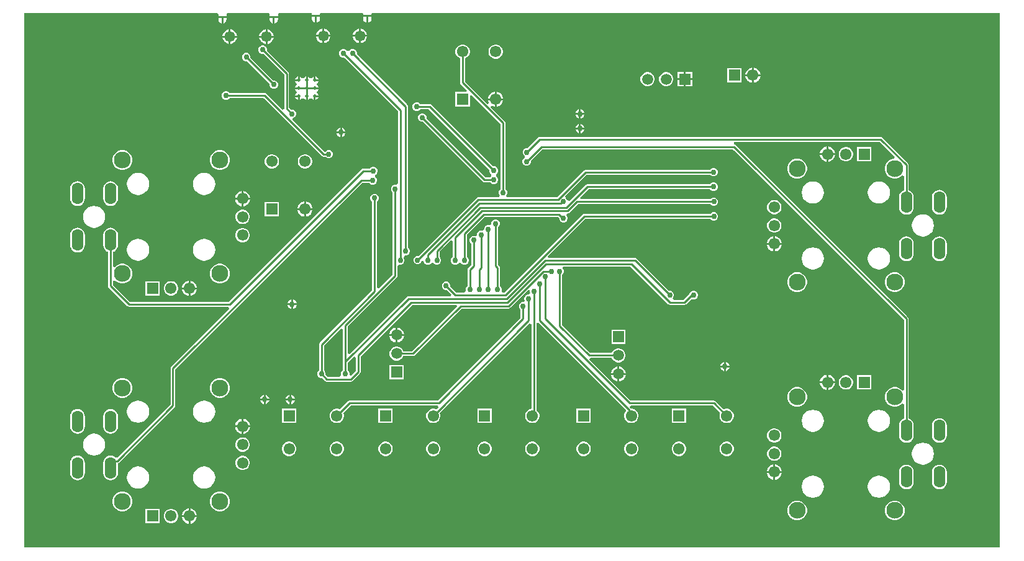
<source format=gbl>
G04*
G04 #@! TF.GenerationSoftware,Altium Limited,Altium Designer,25.2.1 (25)*
G04*
G04 Layer_Physical_Order=2*
G04 Layer_Color=16711680*
%FSLAX44Y44*%
%MOMM*%
G71*
G04*
G04 #@! TF.SameCoordinates,47AF1686-E751-4D8C-A91A-F2C49F431613*
G04*
G04*
G04 #@! TF.FilePolarity,Positive*
G04*
G01*
G75*
%ADD10C,0.2500*%
%ADD13C,0.2540*%
%ADD50C,1.5500*%
%ADD51R,1.5500X1.5500*%
%ADD54R,1.5500X1.5500*%
G04:AMPARAMS|DCode=56|XSize=2.95mm|YSize=1.6mm|CornerRadius=0.8mm|HoleSize=0mm|Usage=FLASHONLY|Rotation=90.000|XOffset=0mm|YOffset=0mm|HoleType=Round|Shape=RoundedRectangle|*
%AMROUNDEDRECTD56*
21,1,2.9500,0.0000,0,0,90.0*
21,1,1.3500,1.6000,0,0,90.0*
1,1,1.6000,0.0000,0.6750*
1,1,1.6000,0.0000,-0.6750*
1,1,1.6000,0.0000,-0.6750*
1,1,1.6000,0.0000,0.6750*
%
%ADD56ROUNDEDRECTD56*%
%ADD57C,2.3000*%
%ADD61C,1.4500*%
%ADD62C,0.4000*%
%ADD63R,1.5080X1.5080*%
%ADD64C,1.5080*%
%ADD65R,1.5080X1.5080*%
%ADD66C,0.7500*%
%ADD67C,0.5000*%
G36*
X1340000Y10000D02*
X10000D01*
Y740000D01*
X273120D01*
X274352Y738500D01*
Y736270D01*
X285648D01*
Y738500D01*
X286880Y740000D01*
X343120D01*
X344352Y738500D01*
Y736270D01*
X355648D01*
Y738500D01*
X356880Y740000D01*
X401441D01*
X401851Y739500D01*
Y737270D01*
X413148D01*
Y739500D01*
X413559Y740000D01*
X471441D01*
X471851Y739500D01*
Y737270D01*
X483148D01*
Y739500D01*
X483559Y740000D01*
X1340000D01*
Y10000D01*
D02*
G37*
%LPC*%
G36*
X483148Y734730D02*
X478770D01*
Y727104D01*
X479661Y727281D01*
X481494Y728506D01*
X482719Y730338D01*
X483148Y732500D01*
Y734730D01*
D02*
G37*
G36*
X413148D02*
X408770D01*
Y727104D01*
X409661Y727281D01*
X411494Y728506D01*
X412719Y730338D01*
X413148Y732500D01*
Y734730D01*
D02*
G37*
G36*
X476230D02*
X471851D01*
Y732500D01*
X472281Y730338D01*
X473506Y728506D01*
X475338Y727281D01*
X476230Y727104D01*
Y734730D01*
D02*
G37*
G36*
X406230D02*
X401851D01*
Y732500D01*
X402281Y730338D01*
X403506Y728506D01*
X405338Y727281D01*
X406230Y727104D01*
Y734730D01*
D02*
G37*
G36*
X355648Y733730D02*
X351270D01*
Y726104D01*
X352162Y726282D01*
X353994Y727506D01*
X355219Y729338D01*
X355648Y731500D01*
Y733730D01*
D02*
G37*
G36*
X285648D02*
X281270D01*
Y726104D01*
X282162Y726282D01*
X283994Y727506D01*
X285219Y729338D01*
X285648Y731500D01*
Y733730D01*
D02*
G37*
G36*
X348730D02*
X344352D01*
Y731500D01*
X344781Y729338D01*
X346006Y727506D01*
X347838Y726282D01*
X348730Y726104D01*
Y733730D01*
D02*
G37*
G36*
X278730D02*
X274352D01*
Y731500D01*
X274781Y729338D01*
X276006Y727506D01*
X277838Y726282D01*
X278730Y726104D01*
Y733730D01*
D02*
G37*
G36*
X468789Y718790D02*
X468770D01*
Y710270D01*
X477290D01*
Y710289D01*
X476623Y712779D01*
X475334Y715011D01*
X473511Y716834D01*
X471279Y718123D01*
X468789Y718790D01*
D02*
G37*
G36*
X466230D02*
X466211D01*
X463721Y718123D01*
X461489Y716834D01*
X459666Y715011D01*
X458377Y712779D01*
X457710Y710289D01*
Y710270D01*
X466230D01*
Y718790D01*
D02*
G37*
G36*
X418789D02*
X418770D01*
Y710270D01*
X427290D01*
Y710289D01*
X426623Y712779D01*
X425334Y715011D01*
X423511Y716834D01*
X421279Y718123D01*
X418789Y718790D01*
D02*
G37*
G36*
X416230D02*
X416211D01*
X413721Y718123D01*
X411489Y716834D01*
X409666Y715011D01*
X408377Y712779D01*
X407710Y710289D01*
Y710270D01*
X416230D01*
Y718790D01*
D02*
G37*
G36*
X341289Y717790D02*
X341270D01*
Y709270D01*
X349790D01*
Y709289D01*
X349123Y711779D01*
X347834Y714011D01*
X346011Y715834D01*
X343779Y717123D01*
X341289Y717790D01*
D02*
G37*
G36*
X338730D02*
X338711D01*
X336221Y717123D01*
X333989Y715834D01*
X332166Y714011D01*
X330877Y711779D01*
X330210Y709289D01*
Y709270D01*
X338730D01*
Y717790D01*
D02*
G37*
G36*
X291289D02*
X291270D01*
Y709270D01*
X299790D01*
Y709289D01*
X299123Y711779D01*
X297834Y714011D01*
X296011Y715834D01*
X293779Y717123D01*
X291289Y717790D01*
D02*
G37*
G36*
X288730D02*
X288711D01*
X286221Y717123D01*
X283989Y715834D01*
X282166Y714011D01*
X280877Y711779D01*
X280210Y709289D01*
Y709270D01*
X288730D01*
Y717790D01*
D02*
G37*
G36*
X477290Y707730D02*
X468770D01*
Y699210D01*
X468789D01*
X471279Y699877D01*
X473511Y701166D01*
X475334Y702989D01*
X476623Y705221D01*
X477290Y707711D01*
Y707730D01*
D02*
G37*
G36*
X466230D02*
X457710D01*
Y707711D01*
X458377Y705221D01*
X459666Y702989D01*
X461489Y701166D01*
X463721Y699877D01*
X466211Y699210D01*
X466230D01*
Y707730D01*
D02*
G37*
G36*
X427290D02*
X418770D01*
Y699210D01*
X418789D01*
X421279Y699877D01*
X423511Y701166D01*
X425334Y702989D01*
X426623Y705221D01*
X427290Y707711D01*
Y707730D01*
D02*
G37*
G36*
X416230D02*
X407710D01*
Y707711D01*
X408377Y705221D01*
X409666Y702989D01*
X411489Y701166D01*
X413721Y699877D01*
X416211Y699210D01*
X416230D01*
Y707730D01*
D02*
G37*
G36*
X349790Y706730D02*
X341270D01*
Y698210D01*
X341289D01*
X343779Y698877D01*
X346011Y700166D01*
X347834Y701989D01*
X349123Y704221D01*
X349790Y706711D01*
Y706730D01*
D02*
G37*
G36*
X338730D02*
X330210D01*
Y706711D01*
X330877Y704221D01*
X332166Y701989D01*
X333989Y700166D01*
X336221Y698877D01*
X338711Y698210D01*
X338730D01*
Y706730D01*
D02*
G37*
G36*
X299790D02*
X291270D01*
Y698210D01*
X291289D01*
X293779Y698877D01*
X296011Y700166D01*
X297834Y701989D01*
X299123Y704221D01*
X299790Y706711D01*
Y706730D01*
D02*
G37*
G36*
X288730D02*
X280210D01*
Y706711D01*
X280877Y704221D01*
X282166Y701989D01*
X283989Y700166D01*
X286221Y698877D01*
X288711Y698210D01*
X288730D01*
Y706730D01*
D02*
G37*
G36*
X458644Y690750D02*
X456356D01*
X454243Y689875D01*
X452625Y688257D01*
X452625Y688255D01*
X449875D01*
X449875Y688257D01*
X448257Y689875D01*
X446144Y690750D01*
X443856D01*
X441743Y689875D01*
X440125Y688257D01*
X439250Y686144D01*
Y683856D01*
X440125Y681743D01*
X441743Y680125D01*
X443856Y679250D01*
X446035D01*
X519166Y606119D01*
Y507156D01*
X516626Y505458D01*
X516624Y505459D01*
X514336D01*
X512223Y504584D01*
X510605Y502966D01*
X509730Y500853D01*
Y498566D01*
X510605Y496452D01*
X512146Y494912D01*
Y382940D01*
X493181Y363975D01*
X490834Y364947D01*
Y482702D01*
X492375Y484243D01*
X493250Y486356D01*
Y488644D01*
X492375Y490757D01*
X490757Y492375D01*
X488644Y493250D01*
X486356D01*
X484243Y492375D01*
X482625Y490757D01*
X481750Y488644D01*
Y486356D01*
X482625Y484243D01*
X484166Y482702D01*
Y361381D01*
X412643Y289858D01*
X411920Y288776D01*
X411666Y287500D01*
Y252298D01*
X410125Y250757D01*
X409250Y248644D01*
Y246356D01*
X410125Y244243D01*
X411743Y242625D01*
X413856Y241750D01*
X416035D01*
X420143Y237642D01*
X421224Y236920D01*
X422500Y236666D01*
X455000D01*
X456276Y236920D01*
X457357Y237642D01*
X467357Y247642D01*
X468080Y248724D01*
X468334Y250000D01*
Y271119D01*
X538881Y341666D01*
X598632D01*
X599604Y339319D01*
X538619Y278334D01*
X526483D01*
X526390Y278682D01*
X525134Y280858D01*
X523358Y282634D01*
X521182Y283890D01*
X518756Y284540D01*
X516244D01*
X513818Y283890D01*
X511642Y282634D01*
X509866Y280858D01*
X508610Y278682D01*
X507960Y276256D01*
Y273744D01*
X508610Y271318D01*
X509866Y269142D01*
X511642Y267366D01*
X513818Y266110D01*
X516244Y265460D01*
X518756D01*
X521182Y266110D01*
X523358Y267366D01*
X525134Y269142D01*
X526390Y271318D01*
X526483Y271666D01*
X540000D01*
X541276Y271920D01*
X542357Y272642D01*
X606381Y336666D01*
X670072D01*
X671348Y336920D01*
X672430Y337643D01*
X696904Y362116D01*
X698552Y361433D01*
X699250Y360871D01*
Y358856D01*
X699565Y358097D01*
X699327Y357492D01*
X697800Y355750D01*
X696356D01*
X694243Y354875D01*
X692625Y353257D01*
X691750Y351144D01*
Y348856D01*
X692065Y348097D01*
X691827Y347492D01*
X690300Y345750D01*
X688856D01*
X686743Y344875D01*
X685125Y343257D01*
X684250Y341144D01*
Y338856D01*
X685125Y336743D01*
X686666Y335202D01*
Y323881D01*
X573619Y210834D01*
X453419D01*
X452143Y210580D01*
X451061Y209858D01*
X440067Y198863D01*
X439682Y199086D01*
X437202Y199750D01*
X434635D01*
X432155Y199086D01*
X429932Y197802D01*
X428117Y195987D01*
X426833Y193763D01*
X426169Y191284D01*
Y188716D01*
X426833Y186237D01*
X428117Y184013D01*
X429932Y182198D01*
X432155Y180914D01*
X434635Y180250D01*
X437202D01*
X439682Y180914D01*
X441906Y182198D01*
X443721Y184013D01*
X445004Y186237D01*
X445669Y188716D01*
Y191284D01*
X445004Y193763D01*
X444782Y194148D01*
X454800Y204166D01*
X573359D01*
X574411Y201626D01*
X571648Y198863D01*
X571263Y199086D01*
X568784Y199750D01*
X566216D01*
X563737Y199086D01*
X561513Y197802D01*
X559698Y195987D01*
X558414Y193763D01*
X557750Y191284D01*
Y188716D01*
X558414Y186237D01*
X559698Y184013D01*
X561513Y182198D01*
X563737Y180914D01*
X566216Y180250D01*
X568784D01*
X571263Y180914D01*
X573487Y182198D01*
X575302Y184013D01*
X576586Y186237D01*
X577250Y188716D01*
Y191284D01*
X576586Y193763D01*
X576363Y194148D01*
X698646Y316431D01*
X701186Y315379D01*
Y199742D01*
X698737Y199086D01*
X696513Y197802D01*
X694698Y195987D01*
X693414Y193763D01*
X692750Y191284D01*
Y188716D01*
X693414Y186237D01*
X694698Y184013D01*
X696513Y182198D01*
X698737Y180914D01*
X701216Y180250D01*
X703784D01*
X706263Y180914D01*
X708487Y182198D01*
X710302Y184013D01*
X711585Y186237D01*
X712250Y188716D01*
Y191284D01*
X711585Y193763D01*
X710302Y195987D01*
X708487Y197802D01*
X707854Y198167D01*
Y316495D01*
X709348Y317244D01*
X710394Y317391D01*
X830748Y197037D01*
X829698Y195987D01*
X828414Y193763D01*
X827750Y191284D01*
Y188716D01*
X828414Y186237D01*
X829698Y184013D01*
X831513Y182198D01*
X833737Y180914D01*
X836216Y180250D01*
X838784D01*
X841263Y180914D01*
X843487Y182198D01*
X845302Y184013D01*
X846585Y186237D01*
X847250Y188716D01*
Y191284D01*
X846585Y193763D01*
X845302Y195987D01*
X843487Y197802D01*
X841263Y199086D01*
X838784Y199750D01*
X837436D01*
X837378Y199837D01*
X835589Y201626D01*
X836641Y204166D01*
X948619D01*
X958637Y194148D01*
X958414Y193763D01*
X957750Y191284D01*
Y188716D01*
X958414Y186237D01*
X959698Y184013D01*
X961513Y182198D01*
X963737Y180914D01*
X966216Y180250D01*
X968784D01*
X971263Y180914D01*
X973487Y182198D01*
X975302Y184013D01*
X976585Y186237D01*
X977250Y188716D01*
Y191284D01*
X976585Y193763D01*
X975302Y195987D01*
X973487Y197802D01*
X971263Y199086D01*
X968784Y199750D01*
X966216D01*
X963737Y199086D01*
X963352Y198863D01*
X952358Y209858D01*
X951276Y210580D01*
X950000Y210834D01*
X836381D01*
X780589Y266626D01*
X781641Y269166D01*
X811017D01*
X811110Y268818D01*
X812366Y266642D01*
X814142Y264866D01*
X816318Y263610D01*
X818744Y262960D01*
X821256D01*
X823682Y263610D01*
X825858Y264866D01*
X827634Y266642D01*
X828890Y268818D01*
X829540Y271244D01*
Y273756D01*
X828890Y276182D01*
X827634Y278358D01*
X825858Y280134D01*
X823682Y281390D01*
X821256Y282040D01*
X818744D01*
X816318Y281390D01*
X814142Y280134D01*
X812366Y278358D01*
X811110Y276182D01*
X811017Y275834D01*
X781381D01*
X743334Y313881D01*
Y382702D01*
X744875Y384243D01*
X745750Y386356D01*
Y388644D01*
X744875Y390757D01*
X744006Y391626D01*
X745058Y394166D01*
X836119D01*
X887643Y342643D01*
X888724Y341920D01*
X890000Y341666D01*
X910000D01*
X911276Y341920D01*
X912357Y342643D01*
X919665Y349950D01*
X921356Y349250D01*
X923644D01*
X925757Y350125D01*
X927375Y351743D01*
X928250Y353856D01*
Y356144D01*
X927375Y358257D01*
X925757Y359875D01*
X923644Y360750D01*
X921356D01*
X919243Y359875D01*
X917625Y358257D01*
X916923Y356562D01*
X916693Y356409D01*
X908619Y348334D01*
X895058D01*
X894006Y350874D01*
X894875Y351743D01*
X895750Y353856D01*
Y356144D01*
X894875Y358257D01*
X893257Y359875D01*
X891144Y360750D01*
X888965D01*
X844857Y404857D01*
X843776Y405580D01*
X842500Y405834D01*
X724678D01*
X723707Y408181D01*
X774692Y459166D01*
X945202D01*
X946743Y457625D01*
X948856Y456750D01*
X951144D01*
X953257Y457625D01*
X954875Y459243D01*
X955750Y461356D01*
Y463644D01*
X954875Y465757D01*
X953257Y467375D01*
X951144Y468250D01*
X948856D01*
X946743Y467375D01*
X945202Y465834D01*
X773311D01*
X772035Y465580D01*
X770953Y464857D01*
X664605Y358509D01*
X662027Y358665D01*
X660550Y360874D01*
X660750Y361356D01*
Y363644D01*
X659875Y365757D01*
X658334Y367298D01*
Y392500D01*
X658080Y393776D01*
X657357Y394858D01*
X655834Y396381D01*
Y447702D01*
X657375Y449243D01*
X658250Y451356D01*
Y453644D01*
X657375Y455757D01*
X655757Y457375D01*
X653644Y458250D01*
X651356D01*
X649243Y457375D01*
X647625Y455757D01*
X646750Y453644D01*
Y452200D01*
X645008Y450673D01*
X644403Y450435D01*
X643644Y450750D01*
X641356D01*
X639243Y449875D01*
X637625Y448257D01*
X636750Y446144D01*
Y444700D01*
X635008Y443173D01*
X634403Y442935D01*
X633644Y443250D01*
X631356D01*
X629243Y442375D01*
X627625Y440757D01*
X626750Y438644D01*
Y437200D01*
X625008Y435673D01*
X624403Y435435D01*
X623644Y435750D01*
X621356D01*
X619243Y434875D01*
X617625Y433257D01*
X616750Y431144D01*
Y428856D01*
X617625Y426743D01*
X619166Y425202D01*
Y396381D01*
X615143Y392357D01*
X614420Y391276D01*
X614166Y390000D01*
Y367298D01*
X612625Y365757D01*
X611750Y363644D01*
Y361356D01*
X611950Y360874D01*
X610253Y358334D01*
X598881D01*
X590750Y366465D01*
Y368644D01*
X589875Y370757D01*
X588257Y372375D01*
X586144Y373250D01*
X583856D01*
X581743Y372375D01*
X580125Y370757D01*
X579250Y368644D01*
Y366356D01*
X580125Y364243D01*
X581743Y362625D01*
X583856Y361750D01*
X586035D01*
X592104Y355681D01*
X591132Y353334D01*
X533579D01*
X532304Y353080D01*
X531222Y352357D01*
X453181Y274316D01*
X450834Y275288D01*
Y312199D01*
X517837Y379202D01*
X518560Y380284D01*
X518814Y381559D01*
Y395054D01*
X521354Y396751D01*
X521356Y396750D01*
X523644D01*
X525757Y397625D01*
X527375Y399243D01*
X528250Y401356D01*
Y403644D01*
X527375Y405757D01*
X527511Y407058D01*
X528856Y409250D01*
X531144D01*
X533257Y410125D01*
X534875Y411743D01*
X535750Y413856D01*
Y416144D01*
X534875Y418257D01*
X533314Y419818D01*
Y612500D01*
X533061Y613768D01*
X532343Y614843D01*
X463250Y683936D01*
Y686144D01*
X462375Y688257D01*
X460757Y689875D01*
X458644Y690750D01*
D02*
G37*
G36*
X653784Y697250D02*
X651216D01*
X648737Y696586D01*
X646513Y695302D01*
X644698Y693487D01*
X643415Y691263D01*
X642750Y688784D01*
Y686216D01*
X643415Y683737D01*
X644698Y681513D01*
X646513Y679698D01*
X648737Y678415D01*
X651216Y677750D01*
X653784D01*
X656263Y678415D01*
X658487Y679698D01*
X660302Y681513D01*
X661585Y683737D01*
X662250Y686216D01*
Y688784D01*
X661585Y691263D01*
X660302Y693487D01*
X658487Y695302D01*
X656263Y696586D01*
X653784Y697250D01*
D02*
G37*
G36*
X1004645Y665540D02*
X1004560D01*
Y656520D01*
X1013580D01*
Y656605D01*
X1012879Y659222D01*
X1011524Y661568D01*
X1009608Y663484D01*
X1007262Y664839D01*
X1004645Y665540D01*
D02*
G37*
G36*
X1002020D02*
X1001935D01*
X999318Y664839D01*
X996972Y663484D01*
X995056Y661568D01*
X993701Y659222D01*
X993000Y656605D01*
Y656520D01*
X1002020D01*
Y665540D01*
D02*
G37*
G36*
X404730Y653429D02*
X403145Y652773D01*
X401936Y651563D01*
X400500Y651451D01*
X399064Y651563D01*
X397855Y652773D01*
X396270Y653429D01*
Y648500D01*
X393730D01*
Y653429D01*
X392145Y652773D01*
X390936Y651563D01*
X389500Y651451D01*
X388064Y651563D01*
X386855Y652773D01*
X385270Y653429D01*
Y648500D01*
X384000D01*
Y647230D01*
X379071D01*
X379727Y645645D01*
X380937Y644436D01*
X381049Y643000D01*
X380937Y641564D01*
X379727Y640355D01*
X379071Y638770D01*
X384000D01*
Y636230D01*
X379071D01*
X379727Y634645D01*
X380937Y633436D01*
X381049Y632000D01*
X380937Y630564D01*
X379727Y629355D01*
X379071Y627770D01*
X384000D01*
Y626500D01*
X385270D01*
Y621571D01*
X386855Y622227D01*
X388064Y623437D01*
X389500Y623549D01*
X390936Y623437D01*
X392145Y622227D01*
X393730Y621571D01*
Y626500D01*
X396270D01*
Y621571D01*
X397855Y622227D01*
X399064Y623437D01*
X400500Y623549D01*
X401936Y623437D01*
X403145Y622227D01*
X404730Y621571D01*
Y626500D01*
X406000D01*
Y627770D01*
X410929D01*
X410273Y629355D01*
X409063Y630564D01*
X408951Y632000D01*
X409063Y633436D01*
X410273Y634645D01*
X410929Y636230D01*
X406000D01*
Y638770D01*
X410929D01*
X410273Y640355D01*
X409063Y641564D01*
X408951Y643000D01*
X409063Y644436D01*
X410273Y645645D01*
X410929Y647230D01*
X406000D01*
Y648500D01*
X404730D01*
Y653429D01*
D02*
G37*
G36*
X920480Y660080D02*
X911670D01*
Y651270D01*
X920480D01*
Y660080D01*
D02*
G37*
G36*
X909130D02*
X900320D01*
Y651270D01*
X909130D01*
Y660080D01*
D02*
G37*
G36*
X407270Y653429D02*
Y649770D01*
X410929D01*
X410273Y651355D01*
X408855Y652773D01*
X407270Y653429D01*
D02*
G37*
G36*
X382730D02*
X381145Y652773D01*
X379727Y651355D01*
X379071Y649770D01*
X382730D01*
Y653429D01*
D02*
G37*
G36*
X988040Y665000D02*
X968540D01*
Y645500D01*
X988040D01*
Y665000D01*
D02*
G37*
G36*
X1013580Y653980D02*
X1004560D01*
Y644960D01*
X1004645D01*
X1007262Y645661D01*
X1009608Y647016D01*
X1011524Y648932D01*
X1012879Y651278D01*
X1013580Y653895D01*
Y653980D01*
D02*
G37*
G36*
X1002020D02*
X993000D01*
Y653895D01*
X993701Y651278D01*
X995056Y648932D01*
X996972Y647016D01*
X999318Y645661D01*
X1001935Y644960D01*
X1002020D01*
Y653980D01*
D02*
G37*
G36*
X886256Y659540D02*
X883744D01*
X881318Y658890D01*
X879142Y657634D01*
X877366Y655858D01*
X876110Y653682D01*
X875460Y651256D01*
Y648744D01*
X876110Y646318D01*
X877366Y644142D01*
X879142Y642366D01*
X881318Y641110D01*
X883744Y640460D01*
X886256D01*
X888682Y641110D01*
X890858Y642366D01*
X892634Y644142D01*
X893890Y646318D01*
X894540Y648744D01*
Y651256D01*
X893890Y653682D01*
X892634Y655858D01*
X890858Y657634D01*
X888682Y658890D01*
X886256Y659540D01*
D02*
G37*
G36*
X860856D02*
X858344D01*
X855918Y658890D01*
X853742Y657634D01*
X851966Y655858D01*
X850710Y653682D01*
X850060Y651256D01*
Y648744D01*
X850710Y646318D01*
X851966Y644142D01*
X853742Y642366D01*
X855918Y641110D01*
X858344Y640460D01*
X860856D01*
X863282Y641110D01*
X865458Y642366D01*
X867234Y644142D01*
X868490Y646318D01*
X869140Y648744D01*
Y651256D01*
X868490Y653682D01*
X867234Y655858D01*
X865458Y657634D01*
X863282Y658890D01*
X860856Y659540D01*
D02*
G37*
G36*
X920480Y648730D02*
X911670D01*
Y639920D01*
X920480D01*
Y648730D01*
D02*
G37*
G36*
X909130D02*
X900320D01*
Y639920D01*
X909130D01*
Y648730D01*
D02*
G37*
G36*
X313644Y685750D02*
X311356D01*
X309243Y684875D01*
X307625Y683257D01*
X306750Y681144D01*
Y678856D01*
X307625Y676743D01*
X309243Y675125D01*
X311356Y674250D01*
X313535D01*
X344250Y643535D01*
Y641356D01*
X345125Y639243D01*
X346743Y637625D01*
X348856Y636750D01*
X351144D01*
X353257Y637625D01*
X354875Y639243D01*
X355750Y641356D01*
Y643644D01*
X354875Y645757D01*
X353257Y647375D01*
X351144Y648250D01*
X348965D01*
X318250Y678965D01*
Y681144D01*
X317375Y683257D01*
X315757Y684875D01*
X313644Y685750D01*
D02*
G37*
G36*
X653855Y632790D02*
X653770D01*
Y623770D01*
X662790D01*
Y623855D01*
X662089Y626472D01*
X660734Y628818D01*
X658818Y630734D01*
X656472Y632089D01*
X653855Y632790D01*
D02*
G37*
G36*
X651230D02*
X651145D01*
X648528Y632089D01*
X646182Y630734D01*
X644266Y628818D01*
X642911Y626472D01*
X642210Y623855D01*
Y623770D01*
X651230D01*
Y632790D01*
D02*
G37*
G36*
X410929Y625230D02*
X407270D01*
Y621571D01*
X408855Y622227D01*
X410273Y623645D01*
X410929Y625230D01*
D02*
G37*
G36*
X382730D02*
X379071D01*
X379727Y623645D01*
X381145Y622227D01*
X382730Y621571D01*
Y625230D01*
D02*
G37*
G36*
X662790Y621230D02*
X653770D01*
Y612210D01*
X653855D01*
X656472Y612911D01*
X658818Y614266D01*
X660734Y616182D01*
X662089Y618528D01*
X662790Y621145D01*
Y621230D01*
D02*
G37*
G36*
X608784Y697250D02*
X606216D01*
X603737Y696586D01*
X601513Y695302D01*
X599698Y693487D01*
X598414Y691263D01*
X597750Y688784D01*
Y686216D01*
X598414Y683737D01*
X599698Y681513D01*
X601513Y679698D01*
X603737Y678415D01*
X604166Y678299D01*
Y645000D01*
X604420Y643724D01*
X605143Y642643D01*
X613188Y634597D01*
X612216Y632250D01*
X597750D01*
Y612750D01*
X617250D01*
Y627216D01*
X619597Y628188D01*
X659166Y588619D01*
Y499798D01*
X657625Y498257D01*
X656750Y496144D01*
Y493856D01*
X657625Y491743D01*
X658494Y490874D01*
X657442Y488334D01*
X628293D01*
X627017Y488080D01*
X625935Y487357D01*
X547090Y408512D01*
X544911D01*
X542798Y407637D01*
X541180Y406019D01*
X540305Y403906D01*
Y401619D01*
X541180Y399505D01*
X542798Y397888D01*
X544911Y397012D01*
X547199D01*
X549312Y397888D01*
X550929Y399505D01*
X551805Y401618D01*
X554250Y401389D01*
Y401356D01*
X555125Y399243D01*
X556743Y397625D01*
X558856Y396750D01*
X561144D01*
X563257Y397625D01*
X564875Y399243D01*
X564875Y399245D01*
X567625D01*
X567625Y399243D01*
X569243Y397625D01*
X571356Y396750D01*
X573644D01*
X575757Y397625D01*
X577375Y399243D01*
X578250Y401356D01*
Y403644D01*
X577375Y405757D01*
X575834Y407298D01*
Y413960D01*
X591819Y429945D01*
X594166Y428973D01*
Y407298D01*
X592625Y405757D01*
X591750Y403644D01*
Y401356D01*
X592625Y399243D01*
X594243Y397625D01*
X596356Y396750D01*
X598644D01*
X600757Y397625D01*
X602375Y399243D01*
X602375Y399245D01*
X605125D01*
X605125Y399243D01*
X606743Y397625D01*
X608856Y396750D01*
X611144D01*
X613257Y397625D01*
X614875Y399243D01*
X615750Y401356D01*
Y403644D01*
X614875Y405757D01*
X613334Y407298D01*
Y437707D01*
X637497Y461870D01*
X737073D01*
X739250Y459693D01*
Y458856D01*
X740125Y456743D01*
X741743Y455125D01*
X743856Y454250D01*
X746144D01*
X748257Y455125D01*
X749875Y456743D01*
X750750Y458856D01*
Y461144D01*
X749875Y463257D01*
X749262Y463870D01*
X750314Y466410D01*
X750874D01*
X752150Y466664D01*
X753231Y467386D01*
X765011Y479166D01*
X945202D01*
X946743Y477625D01*
X948856Y476750D01*
X951144D01*
X953257Y477625D01*
X954875Y479243D01*
X955750Y481356D01*
Y483644D01*
X954875Y485757D01*
X953257Y487375D01*
X951144Y488250D01*
X948856D01*
X946743Y487375D01*
X945202Y485834D01*
X768577D01*
X767605Y488181D01*
X779046Y499622D01*
X944746D01*
X946287Y498081D01*
X948400Y497206D01*
X950688D01*
X952801Y498081D01*
X954419Y499699D01*
X955294Y501812D01*
Y504100D01*
X954419Y506213D01*
X952801Y507831D01*
X950688Y508706D01*
X948400D01*
X946287Y507831D01*
X944746Y506290D01*
X777665D01*
X776390Y506036D01*
X775308Y505313D01*
X753290Y483296D01*
X752282Y483434D01*
X750544Y484142D01*
X749875Y485757D01*
X748257Y487375D01*
X748204Y487397D01*
X747608Y490393D01*
X776837Y519622D01*
X944746D01*
X946287Y518081D01*
X948400Y517206D01*
X950688D01*
X952801Y518081D01*
X954419Y519699D01*
X955294Y521812D01*
Y524100D01*
X954419Y526213D01*
X952801Y527831D01*
X950688Y528706D01*
X948400D01*
X946287Y527831D01*
X944746Y526290D01*
X775456D01*
X774180Y526036D01*
X773099Y525313D01*
X736119Y488334D01*
X667558D01*
X666506Y490874D01*
X667375Y491743D01*
X668250Y493856D01*
Y496144D01*
X667375Y498257D01*
X665834Y499798D01*
Y590000D01*
X665580Y591276D01*
X664857Y592357D01*
X645473Y611743D01*
X647032Y613775D01*
X648528Y612911D01*
X651145Y612210D01*
X651230D01*
Y621230D01*
X642210D01*
Y621145D01*
X642911Y618528D01*
X643775Y617032D01*
X641742Y615473D01*
X610834Y646381D01*
Y678299D01*
X611263Y678415D01*
X613487Y679698D01*
X615302Y681513D01*
X616586Y683737D01*
X617250Y686216D01*
Y688784D01*
X616586Y691263D01*
X615302Y693487D01*
X613487Y695302D01*
X611263Y696586D01*
X608784Y697250D01*
D02*
G37*
G36*
X336144Y695750D02*
X333856D01*
X331743Y694875D01*
X330125Y693257D01*
X329250Y691144D01*
Y688856D01*
X330125Y686743D01*
X331743Y685125D01*
X333856Y684250D01*
X336035D01*
X364166Y656119D01*
Y610000D01*
X364379Y608928D01*
X364266Y608780D01*
X361535Y608180D01*
X339857Y629857D01*
X338776Y630580D01*
X337500Y630834D01*
X289798D01*
X288257Y632375D01*
X286144Y633250D01*
X283856D01*
X281743Y632375D01*
X280125Y630757D01*
X279250Y628644D01*
Y626356D01*
X280125Y624243D01*
X281743Y622625D01*
X283856Y621750D01*
X286144D01*
X288257Y622625D01*
X289798Y624166D01*
X336119D01*
X415143Y545142D01*
X416224Y544420D01*
X417500Y544166D01*
X420202D01*
X421743Y542625D01*
X423856Y541750D01*
X426144D01*
X428257Y542625D01*
X429875Y544243D01*
X430750Y546356D01*
Y548644D01*
X429875Y550757D01*
X428257Y552375D01*
X426144Y553250D01*
X423856D01*
X421743Y552375D01*
X420202Y550834D01*
X418881D01*
X375505Y594210D01*
X375852Y595588D01*
X376436Y596871D01*
X378257Y597625D01*
X379875Y599243D01*
X380750Y601356D01*
Y603644D01*
X379875Y605757D01*
X378257Y607375D01*
X376144Y608250D01*
X373965D01*
X370834Y611381D01*
Y657500D01*
X370580Y658776D01*
X369857Y659857D01*
X340750Y688965D01*
Y691144D01*
X339875Y693257D01*
X338257Y694875D01*
X336144Y695750D01*
D02*
G37*
G36*
X768770Y608782D02*
Y603770D01*
X773782D01*
X772832Y606063D01*
X771063Y607832D01*
X768770Y608782D01*
D02*
G37*
G36*
X766230D02*
X763937Y607832D01*
X762168Y606063D01*
X761218Y603770D01*
X766230D01*
Y608782D01*
D02*
G37*
G36*
X773782Y601230D02*
X768770D01*
Y596218D01*
X771063Y597168D01*
X772832Y598937D01*
X773782Y601230D01*
D02*
G37*
G36*
X766230D02*
X761218D01*
X762168Y598937D01*
X763937Y597168D01*
X766230Y596218D01*
Y601230D01*
D02*
G37*
G36*
X768770Y588782D02*
Y583770D01*
X773782D01*
X772832Y586063D01*
X771063Y587832D01*
X768770Y588782D01*
D02*
G37*
G36*
X766230D02*
X763937Y587832D01*
X762168Y586063D01*
X761218Y583770D01*
X766230D01*
Y588782D01*
D02*
G37*
G36*
X442898Y583595D02*
Y578583D01*
X447911D01*
X446961Y580876D01*
X445191Y582645D01*
X442898Y583595D01*
D02*
G37*
G36*
X440359D02*
X438065Y582645D01*
X436296Y580876D01*
X435346Y578583D01*
X440359D01*
Y583595D01*
D02*
G37*
G36*
X773782Y581230D02*
X768770D01*
Y576218D01*
X771063Y577168D01*
X772832Y578937D01*
X773782Y581230D01*
D02*
G37*
G36*
X766230D02*
X761218D01*
X762168Y578937D01*
X763937Y577168D01*
X766230Y576218D01*
Y581230D01*
D02*
G37*
G36*
X447911Y576043D02*
X442898D01*
Y571030D01*
X445191Y571980D01*
X446961Y573750D01*
X447911Y576043D01*
D02*
G37*
G36*
X440359D02*
X435346D01*
X436296Y573750D01*
X438065Y571980D01*
X440359Y571030D01*
Y576043D01*
D02*
G37*
G36*
X1106355Y557790D02*
X1106270D01*
Y548770D01*
X1115290D01*
Y548855D01*
X1114589Y551472D01*
X1113234Y553818D01*
X1111318Y555734D01*
X1108972Y557089D01*
X1106355Y557790D01*
D02*
G37*
G36*
X1103730D02*
X1103645D01*
X1101028Y557089D01*
X1098682Y555734D01*
X1096766Y553818D01*
X1095411Y551472D01*
X1094710Y548855D01*
Y548770D01*
X1103730D01*
Y557790D01*
D02*
G37*
G36*
X1164750Y557250D02*
X1145250D01*
Y537750D01*
X1164750D01*
Y557250D01*
D02*
G37*
G36*
X1131284D02*
X1128716D01*
X1126237Y556586D01*
X1124013Y555302D01*
X1122198Y553487D01*
X1120915Y551263D01*
X1120250Y548784D01*
Y546216D01*
X1120915Y543737D01*
X1122198Y541513D01*
X1124013Y539698D01*
X1126237Y538414D01*
X1128716Y537750D01*
X1131284D01*
X1133763Y538414D01*
X1135987Y539698D01*
X1137802Y541513D01*
X1139085Y543737D01*
X1139750Y546216D01*
Y548784D01*
X1139085Y551263D01*
X1137802Y553487D01*
X1135987Y555302D01*
X1133763Y556586D01*
X1131284Y557250D01*
D02*
G37*
G36*
X1115290Y546230D02*
X1106270D01*
Y537210D01*
X1106355D01*
X1108972Y537911D01*
X1111318Y539266D01*
X1113234Y541182D01*
X1114589Y543528D01*
X1115290Y546145D01*
Y546230D01*
D02*
G37*
G36*
X1103730D02*
X1094710D01*
Y546145D01*
X1095411Y543528D01*
X1096766Y541182D01*
X1098682Y539266D01*
X1101028Y537911D01*
X1103645Y537210D01*
X1103730D01*
Y546230D01*
D02*
G37*
G36*
X393784Y547250D02*
X391216D01*
X388737Y546586D01*
X386513Y545302D01*
X384698Y543487D01*
X383414Y541263D01*
X382750Y538784D01*
Y536216D01*
X383414Y533737D01*
X384698Y531513D01*
X386513Y529698D01*
X388737Y528414D01*
X391216Y527750D01*
X393784D01*
X396263Y528414D01*
X398487Y529698D01*
X400302Y531513D01*
X401586Y533737D01*
X402250Y536216D01*
Y538784D01*
X401586Y541263D01*
X400302Y543487D01*
X398487Y545302D01*
X396263Y546586D01*
X393784Y547250D01*
D02*
G37*
G36*
X348784D02*
X346216D01*
X343737Y546586D01*
X341513Y545302D01*
X339698Y543487D01*
X338414Y541263D01*
X337750Y538784D01*
Y536216D01*
X338414Y533737D01*
X339698Y531513D01*
X341513Y529698D01*
X343737Y528414D01*
X346216Y527750D01*
X348784D01*
X351263Y528414D01*
X353487Y529698D01*
X355302Y531513D01*
X356586Y533737D01*
X357250Y536216D01*
Y538784D01*
X356586Y541263D01*
X355302Y543487D01*
X353487Y545302D01*
X351263Y546586D01*
X348784Y547250D01*
D02*
G37*
G36*
X278277Y552750D02*
X274723D01*
X271289Y551830D01*
X268211Y550053D01*
X265697Y547539D01*
X263920Y544461D01*
X263000Y541027D01*
Y537473D01*
X263920Y534039D01*
X265697Y530961D01*
X268211Y528447D01*
X271289Y526670D01*
X274723Y525750D01*
X278277D01*
X281711Y526670D01*
X284789Y528447D01*
X287303Y530961D01*
X289080Y534039D01*
X290000Y537473D01*
Y541027D01*
X289080Y544461D01*
X287303Y547539D01*
X284789Y550053D01*
X281711Y551830D01*
X278277Y552750D01*
D02*
G37*
G36*
X145277D02*
X141723D01*
X138289Y551830D01*
X135211Y550053D01*
X132697Y547539D01*
X130920Y544461D01*
X130000Y541027D01*
Y537473D01*
X130920Y534039D01*
X132697Y530961D01*
X135211Y528447D01*
X138289Y526670D01*
X141723Y525750D01*
X145277D01*
X148711Y526670D01*
X151789Y528447D01*
X154303Y530961D01*
X156080Y534039D01*
X157000Y537473D01*
Y541027D01*
X156080Y544461D01*
X154303Y547539D01*
X151789Y550053D01*
X148711Y551830D01*
X145277Y552750D01*
D02*
G37*
G36*
X546144Y618250D02*
X543856D01*
X541743Y617375D01*
X540125Y615757D01*
X539250Y613644D01*
Y611356D01*
X540125Y609243D01*
X541743Y607625D01*
X543856Y606750D01*
X546144D01*
X548257Y607625D01*
X549798Y609166D01*
X561119D01*
X644250Y526035D01*
Y523856D01*
X645125Y521743D01*
X646637Y520231D01*
X646638Y517629D01*
X644843Y515834D01*
X638881D01*
X558250Y596465D01*
Y598644D01*
X557375Y600757D01*
X555757Y602375D01*
X553644Y603250D01*
X551356D01*
X549243Y602375D01*
X547625Y600757D01*
X546750Y598644D01*
Y596356D01*
X547625Y594243D01*
X549243Y592625D01*
X551356Y591750D01*
X553535D01*
X635143Y510143D01*
X636224Y509420D01*
X637500Y509166D01*
X645202D01*
X646743Y507625D01*
X648856Y506750D01*
X651144D01*
X653257Y507625D01*
X654875Y509243D01*
X655750Y511356D01*
Y513644D01*
X654875Y515757D01*
X653257Y517375D01*
X653255Y517375D01*
Y520125D01*
X653257Y520125D01*
X654875Y521743D01*
X655750Y523856D01*
Y526144D01*
X654875Y528257D01*
X653257Y529875D01*
X651144Y530750D01*
X648965D01*
X564857Y614857D01*
X563776Y615580D01*
X562500Y615834D01*
X549798D01*
X548257Y617375D01*
X546144Y618250D01*
D02*
G37*
G36*
X1065277Y541000D02*
X1061723D01*
X1058289Y540080D01*
X1055211Y538303D01*
X1052697Y535789D01*
X1050920Y532711D01*
X1050000Y529277D01*
Y525723D01*
X1050920Y522289D01*
X1052697Y519211D01*
X1055211Y516697D01*
X1058289Y514920D01*
X1061723Y514000D01*
X1065277D01*
X1068711Y514920D01*
X1071789Y516697D01*
X1074303Y519211D01*
X1076080Y522289D01*
X1077000Y525723D01*
Y529277D01*
X1076080Y532711D01*
X1074303Y535789D01*
X1071789Y538303D01*
X1068711Y540080D01*
X1065277Y541000D01*
D02*
G37*
G36*
X486644Y530250D02*
X484356D01*
X482243Y529375D01*
X480702Y527834D01*
X472000D01*
X470724Y527580D01*
X469642Y526857D01*
X288619Y345834D01*
X153881D01*
X130834Y368881D01*
Y374327D01*
X133374Y375284D01*
X135211Y373447D01*
X138289Y371670D01*
X141723Y370750D01*
X145277D01*
X148711Y371670D01*
X151789Y373447D01*
X154303Y375961D01*
X156080Y379039D01*
X157000Y382473D01*
Y386027D01*
X156080Y389461D01*
X154303Y392539D01*
X151789Y395053D01*
X148711Y396830D01*
X145277Y397750D01*
X141723D01*
X138289Y396830D01*
X135211Y395053D01*
X133374Y393216D01*
X130834Y394173D01*
Y413807D01*
X132543Y414515D01*
X134632Y416118D01*
X136235Y418207D01*
X137243Y420639D01*
X137586Y423250D01*
Y436750D01*
X137243Y439361D01*
X136235Y441793D01*
X134632Y443882D01*
X132543Y445485D01*
X130111Y446493D01*
X127500Y446836D01*
X124889Y446493D01*
X122457Y445485D01*
X120368Y443882D01*
X118765Y441793D01*
X117757Y439361D01*
X117414Y436750D01*
Y423250D01*
X117757Y420639D01*
X118765Y418207D01*
X120368Y416118D01*
X122457Y414515D01*
X124166Y413807D01*
Y367500D01*
X124420Y366224D01*
X125142Y365143D01*
X150142Y340142D01*
X151224Y339420D01*
X152500Y339166D01*
X288359D01*
X289411Y336626D01*
X210142Y257358D01*
X209420Y256276D01*
X209166Y255000D01*
Y205381D01*
X136542Y132757D01*
X134632Y132882D01*
X132543Y134485D01*
X130111Y135493D01*
X127500Y135836D01*
X124889Y135493D01*
X122457Y134485D01*
X120368Y132882D01*
X118765Y130793D01*
X117757Y128361D01*
X117414Y125750D01*
Y112250D01*
X117757Y109640D01*
X118765Y107207D01*
X120368Y105118D01*
X122457Y103515D01*
X124889Y102507D01*
X127500Y102164D01*
X130111Y102507D01*
X132543Y103515D01*
X134632Y105118D01*
X136235Y107207D01*
X137243Y109640D01*
X137586Y112250D01*
Y125031D01*
X137962Y125106D01*
X139044Y125828D01*
X214858Y201642D01*
X215580Y202724D01*
X215834Y204000D01*
Y253619D01*
X470681Y508466D01*
X480202D01*
X481743Y506925D01*
X483856Y506050D01*
X486144D01*
X488257Y506925D01*
X489875Y508543D01*
X490750Y510656D01*
Y512944D01*
X489875Y515057D01*
X488257Y516675D01*
X488264Y519421D01*
X488757Y519625D01*
X490375Y521243D01*
X491250Y523356D01*
Y525644D01*
X490375Y527757D01*
X488757Y529375D01*
X486644Y530250D01*
D02*
G37*
G36*
X255000Y521879D02*
X251084Y521364D01*
X247435Y519852D01*
X244302Y517448D01*
X241898Y514315D01*
X240386Y510666D01*
X239871Y506750D01*
X240386Y502834D01*
X241898Y499185D01*
X244302Y496052D01*
X247435Y493648D01*
X251084Y492136D01*
X255000Y491621D01*
X258916Y492136D01*
X262565Y493648D01*
X265698Y496052D01*
X268102Y499185D01*
X269614Y502834D01*
X270129Y506750D01*
X269614Y510666D01*
X268102Y514315D01*
X265698Y517448D01*
X262565Y519852D01*
X258916Y521364D01*
X255000Y521879D01*
D02*
G37*
G36*
X165000D02*
X161084Y521364D01*
X157435Y519852D01*
X154302Y517448D01*
X151897Y514315D01*
X150386Y510666D01*
X149871Y506750D01*
X150386Y502834D01*
X151897Y499185D01*
X154302Y496052D01*
X157435Y493648D01*
X161084Y492136D01*
X165000Y491621D01*
X168916Y492136D01*
X172565Y493648D01*
X175698Y496052D01*
X178102Y499185D01*
X179614Y502834D01*
X180129Y506750D01*
X179614Y510666D01*
X178102Y514315D01*
X175698Y517448D01*
X172565Y519852D01*
X168916Y521364D01*
X165000Y521879D01*
D02*
G37*
G36*
X308855Y497040D02*
X308770D01*
Y488020D01*
X317790D01*
Y488105D01*
X317089Y490722D01*
X315734Y493068D01*
X313818Y494984D01*
X311472Y496339D01*
X308855Y497040D01*
D02*
G37*
G36*
X306230D02*
X306145D01*
X303528Y496339D01*
X301182Y494984D01*
X299266Y493068D01*
X297911Y490722D01*
X297210Y488105D01*
Y488020D01*
X306230D01*
Y497040D01*
D02*
G37*
G36*
X1175000Y510129D02*
X1171084Y509614D01*
X1167435Y508102D01*
X1164302Y505698D01*
X1161898Y502565D01*
X1160386Y498916D01*
X1159871Y495000D01*
X1160386Y491084D01*
X1161898Y487435D01*
X1164302Y484302D01*
X1167435Y481898D01*
X1171084Y480386D01*
X1175000Y479871D01*
X1178916Y480386D01*
X1182565Y481898D01*
X1185698Y484302D01*
X1188102Y487435D01*
X1189614Y491084D01*
X1190129Y495000D01*
X1189614Y498916D01*
X1188102Y502565D01*
X1185698Y505698D01*
X1182565Y508102D01*
X1178916Y509614D01*
X1175000Y510129D01*
D02*
G37*
G36*
X1085000D02*
X1081084Y509614D01*
X1077435Y508102D01*
X1074302Y505698D01*
X1071898Y502565D01*
X1070386Y498916D01*
X1069871Y495000D01*
X1070386Y491084D01*
X1071898Y487435D01*
X1074302Y484302D01*
X1077435Y481898D01*
X1081084Y480386D01*
X1085000Y479871D01*
X1088916Y480386D01*
X1092565Y481898D01*
X1095698Y484302D01*
X1098102Y487435D01*
X1099614Y491084D01*
X1100129Y495000D01*
X1099614Y498916D01*
X1098102Y502565D01*
X1095698Y505698D01*
X1092565Y508102D01*
X1088916Y509614D01*
X1085000Y510129D01*
D02*
G37*
G36*
X127500Y510336D02*
X124889Y509993D01*
X122457Y508985D01*
X120368Y507382D01*
X118765Y505293D01*
X117757Y502860D01*
X117414Y500250D01*
Y486750D01*
X117757Y484140D01*
X118765Y481707D01*
X120368Y479618D01*
X122457Y478015D01*
X124889Y477007D01*
X127500Y476664D01*
X130111Y477007D01*
X132543Y478015D01*
X134632Y479618D01*
X136235Y481707D01*
X137243Y484140D01*
X137586Y486750D01*
Y500250D01*
X137243Y502860D01*
X136235Y505293D01*
X134632Y507382D01*
X132543Y508985D01*
X130111Y509993D01*
X127500Y510336D01*
D02*
G37*
G36*
X82500D02*
X79889Y509993D01*
X77457Y508985D01*
X75368Y507382D01*
X73765Y505293D01*
X72757Y502860D01*
X72414Y500250D01*
Y486750D01*
X72757Y484140D01*
X73765Y481707D01*
X75368Y479618D01*
X77457Y478015D01*
X79889Y477007D01*
X82500Y476664D01*
X85111Y477007D01*
X87543Y478015D01*
X89632Y479618D01*
X91235Y481707D01*
X92243Y484140D01*
X92586Y486750D01*
Y500250D01*
X92243Y502860D01*
X91235Y505293D01*
X89632Y507382D01*
X87543Y508985D01*
X85111Y509993D01*
X82500Y510336D01*
D02*
G37*
G36*
X317790Y485480D02*
X308770D01*
Y476460D01*
X308855D01*
X311472Y477161D01*
X313818Y478516D01*
X315734Y480432D01*
X317089Y482778D01*
X317790Y485395D01*
Y485480D01*
D02*
G37*
G36*
X306230D02*
X297210D01*
Y485395D01*
X297911Y482778D01*
X299266Y480432D01*
X301182Y478516D01*
X303528Y477161D01*
X306145Y476460D01*
X306230D01*
Y485480D01*
D02*
G37*
G36*
X393855Y482790D02*
X393770D01*
Y473770D01*
X402790D01*
Y473855D01*
X402089Y476472D01*
X400734Y478818D01*
X398818Y480734D01*
X396472Y482089D01*
X393855Y482790D01*
D02*
G37*
G36*
X391230D02*
X391145D01*
X388528Y482089D01*
X386182Y480734D01*
X384266Y478818D01*
X382911Y476472D01*
X382210Y473855D01*
Y473770D01*
X391230D01*
Y482790D01*
D02*
G37*
G36*
X1033784Y484750D02*
X1031216D01*
X1028737Y484086D01*
X1026513Y482802D01*
X1024698Y480987D01*
X1023415Y478763D01*
X1022750Y476284D01*
Y473716D01*
X1023415Y471237D01*
X1024698Y469013D01*
X1026513Y467198D01*
X1028737Y465914D01*
X1031216Y465250D01*
X1033784D01*
X1036263Y465914D01*
X1038487Y467198D01*
X1040302Y469013D01*
X1041585Y471237D01*
X1042250Y473716D01*
Y476284D01*
X1041585Y478763D01*
X1040302Y480987D01*
X1038487Y482802D01*
X1036263Y484086D01*
X1033784Y484750D01*
D02*
G37*
G36*
X1257500Y498586D02*
X1254890Y498243D01*
X1252457Y497235D01*
X1250368Y495632D01*
X1248765Y493543D01*
X1247757Y491110D01*
X1247414Y488500D01*
Y475000D01*
X1247757Y472389D01*
X1248765Y469957D01*
X1250368Y467868D01*
X1252457Y466265D01*
X1254890Y465257D01*
X1257500Y464914D01*
X1260110Y465257D01*
X1262543Y466265D01*
X1264632Y467868D01*
X1266235Y469957D01*
X1267243Y472389D01*
X1267586Y475000D01*
Y488500D01*
X1267243Y491110D01*
X1266235Y493543D01*
X1264632Y495632D01*
X1262543Y497235D01*
X1260110Y498243D01*
X1257500Y498586D01*
D02*
G37*
G36*
X1177388Y570834D02*
X712500D01*
X711224Y570580D01*
X710143Y569858D01*
X696035Y555750D01*
X693856D01*
X691743Y554875D01*
X690125Y553257D01*
X689250Y551144D01*
Y548856D01*
X690125Y546743D01*
X691743Y545125D01*
X691851Y545081D01*
Y542331D01*
X691593Y542225D01*
X689975Y540607D01*
X689100Y538494D01*
Y536206D01*
X689975Y534093D01*
X691593Y532475D01*
X693706Y531600D01*
X695994D01*
X698107Y532475D01*
X699725Y534093D01*
X700600Y536206D01*
Y538385D01*
X716381Y554166D01*
X976119D01*
X1209166Y321119D01*
Y225673D01*
X1206626Y224716D01*
X1204789Y226553D01*
X1201711Y228330D01*
X1198277Y229250D01*
X1194723D01*
X1191289Y228330D01*
X1188211Y226553D01*
X1185697Y224039D01*
X1183920Y220961D01*
X1183000Y217527D01*
Y213973D01*
X1183920Y210539D01*
X1185697Y207461D01*
X1188211Y204947D01*
X1191289Y203170D01*
X1194723Y202250D01*
X1198277D01*
X1201711Y203170D01*
X1204789Y204947D01*
X1206626Y206784D01*
X1209166Y205827D01*
Y186193D01*
X1207457Y185485D01*
X1205368Y183882D01*
X1203765Y181793D01*
X1202757Y179361D01*
X1202414Y176750D01*
Y163250D01*
X1202757Y160639D01*
X1203765Y158207D01*
X1205368Y156118D01*
X1207457Y154515D01*
X1209890Y153507D01*
X1212500Y153164D01*
X1215110Y153507D01*
X1217543Y154515D01*
X1219632Y156118D01*
X1221235Y158207D01*
X1222243Y160639D01*
X1222586Y163250D01*
Y176750D01*
X1222243Y179361D01*
X1221235Y181793D01*
X1219632Y183882D01*
X1217543Y185485D01*
X1215834Y186193D01*
Y322500D01*
X1215580Y323776D01*
X1214857Y324857D01*
X979857Y559857D01*
X978776Y560580D01*
X977500Y560834D01*
Y564166D01*
X1176007D01*
X1196633Y543540D01*
X1195581Y541000D01*
X1194723D01*
X1191289Y540080D01*
X1188211Y538303D01*
X1185697Y535789D01*
X1183920Y532711D01*
X1183000Y529277D01*
Y525723D01*
X1183920Y522289D01*
X1185697Y519211D01*
X1188211Y516697D01*
X1191289Y514920D01*
X1194723Y514000D01*
X1198277D01*
X1201711Y514920D01*
X1204789Y516697D01*
X1206626Y518534D01*
X1209166Y517577D01*
Y497943D01*
X1207457Y497235D01*
X1205368Y495632D01*
X1203765Y493543D01*
X1202757Y491110D01*
X1202414Y488500D01*
Y475000D01*
X1202757Y472389D01*
X1203765Y469957D01*
X1205368Y467868D01*
X1207457Y466265D01*
X1209890Y465257D01*
X1212500Y464914D01*
X1215110Y465257D01*
X1217543Y466265D01*
X1219632Y467868D01*
X1221235Y469957D01*
X1222243Y472389D01*
X1222586Y475000D01*
Y488500D01*
X1222243Y491110D01*
X1221235Y493543D01*
X1219632Y495632D01*
X1217543Y497235D01*
X1215834Y497943D01*
Y532388D01*
X1215580Y533664D01*
X1214857Y534745D01*
X1179745Y569857D01*
X1178664Y570580D01*
X1177388Y570834D01*
D02*
G37*
G36*
X357250Y482250D02*
X337750D01*
Y462750D01*
X357250D01*
Y482250D01*
D02*
G37*
G36*
X402790Y471230D02*
X393770D01*
Y462210D01*
X393855D01*
X396472Y462911D01*
X398818Y464266D01*
X400734Y466182D01*
X402089Y468528D01*
X402790Y471145D01*
Y471230D01*
D02*
G37*
G36*
X391230D02*
X382210D01*
Y471145D01*
X382911Y468528D01*
X384266Y466182D01*
X386182Y464266D01*
X388528Y462911D01*
X391145Y462210D01*
X391230D01*
Y471230D01*
D02*
G37*
G36*
X308784Y471500D02*
X306216D01*
X303737Y470835D01*
X301513Y469552D01*
X299698Y467737D01*
X298414Y465513D01*
X297750Y463034D01*
Y460466D01*
X298414Y457987D01*
X299698Y455763D01*
X301513Y453948D01*
X303737Y452664D01*
X306216Y452000D01*
X308784D01*
X311263Y452664D01*
X313487Y453948D01*
X315302Y455763D01*
X316586Y457987D01*
X317250Y460466D01*
Y463034D01*
X316586Y465513D01*
X315302Y467737D01*
X313487Y469552D01*
X311263Y470835D01*
X308784Y471500D01*
D02*
G37*
G36*
X105000Y476879D02*
X101084Y476364D01*
X97435Y474852D01*
X94302Y472448D01*
X91897Y469315D01*
X90386Y465666D01*
X89871Y461750D01*
X90386Y457834D01*
X91897Y454185D01*
X94302Y451052D01*
X97435Y448647D01*
X101084Y447136D01*
X105000Y446621D01*
X108916Y447136D01*
X112565Y448647D01*
X115698Y451052D01*
X118103Y454185D01*
X119614Y457834D01*
X120129Y461750D01*
X119614Y465666D01*
X118103Y469315D01*
X115698Y472448D01*
X112565Y474852D01*
X108916Y476364D01*
X105000Y476879D01*
D02*
G37*
G36*
X1033784Y459750D02*
X1031216D01*
X1028737Y459086D01*
X1026513Y457802D01*
X1024698Y455987D01*
X1023415Y453763D01*
X1022750Y451284D01*
Y448716D01*
X1023415Y446237D01*
X1024698Y444013D01*
X1026513Y442198D01*
X1028737Y440914D01*
X1031216Y440250D01*
X1033784D01*
X1036263Y440914D01*
X1038487Y442198D01*
X1040302Y444013D01*
X1041585Y446237D01*
X1042250Y448716D01*
Y451284D01*
X1041585Y453763D01*
X1040302Y455987D01*
X1038487Y457802D01*
X1036263Y459086D01*
X1033784Y459750D01*
D02*
G37*
G36*
X1235000Y465129D02*
X1231084Y464614D01*
X1227435Y463102D01*
X1224302Y460698D01*
X1221898Y457565D01*
X1220386Y453916D01*
X1219871Y450000D01*
X1220386Y446084D01*
X1221898Y442435D01*
X1224302Y439302D01*
X1227435Y436898D01*
X1231084Y435386D01*
X1235000Y434871D01*
X1238916Y435386D01*
X1242565Y436898D01*
X1245698Y439302D01*
X1248102Y442435D01*
X1249614Y446084D01*
X1250129Y450000D01*
X1249614Y453916D01*
X1248102Y457565D01*
X1245698Y460698D01*
X1242565Y463102D01*
X1238916Y464614D01*
X1235000Y465129D01*
D02*
G37*
G36*
X308784Y446500D02*
X306216D01*
X303737Y445835D01*
X301513Y444552D01*
X299698Y442737D01*
X298414Y440513D01*
X297750Y438034D01*
Y435466D01*
X298414Y432987D01*
X299698Y430763D01*
X301513Y428948D01*
X303737Y427664D01*
X306216Y427000D01*
X308784D01*
X311263Y427664D01*
X313487Y428948D01*
X315302Y430763D01*
X316586Y432987D01*
X317250Y435466D01*
Y438034D01*
X316586Y440513D01*
X315302Y442737D01*
X313487Y444552D01*
X311263Y445835D01*
X308784Y446500D01*
D02*
G37*
G36*
X1033855Y435290D02*
X1033770D01*
Y426270D01*
X1042790D01*
Y426355D01*
X1042089Y428972D01*
X1040734Y431318D01*
X1038818Y433234D01*
X1036472Y434589D01*
X1033855Y435290D01*
D02*
G37*
G36*
X1031230D02*
X1031145D01*
X1028528Y434589D01*
X1026182Y433234D01*
X1024266Y431318D01*
X1022911Y428972D01*
X1022210Y426355D01*
Y426270D01*
X1031230D01*
Y435290D01*
D02*
G37*
G36*
X1042790Y423730D02*
X1033770D01*
Y414710D01*
X1033855D01*
X1036472Y415411D01*
X1038818Y416766D01*
X1040734Y418682D01*
X1042089Y421028D01*
X1042790Y423645D01*
Y423730D01*
D02*
G37*
G36*
X1031230D02*
X1022210D01*
Y423645D01*
X1022911Y421028D01*
X1024266Y418682D01*
X1026182Y416766D01*
X1028528Y415411D01*
X1031145Y414710D01*
X1031230D01*
Y423730D01*
D02*
G37*
G36*
X82500Y446836D02*
X79889Y446493D01*
X77457Y445485D01*
X75368Y443882D01*
X73765Y441793D01*
X72757Y439361D01*
X72414Y436750D01*
Y423250D01*
X72757Y420639D01*
X73765Y418207D01*
X75368Y416118D01*
X77457Y414515D01*
X79889Y413507D01*
X82500Y413164D01*
X85111Y413507D01*
X87543Y414515D01*
X89632Y416118D01*
X91235Y418207D01*
X92243Y420639D01*
X92586Y423250D01*
Y436750D01*
X92243Y439361D01*
X91235Y441793D01*
X89632Y443882D01*
X87543Y445485D01*
X85111Y446493D01*
X82500Y446836D01*
D02*
G37*
G36*
X255000Y431879D02*
X251084Y431364D01*
X247435Y429852D01*
X244302Y427448D01*
X241898Y424315D01*
X240386Y420666D01*
X239871Y416750D01*
X240386Y412834D01*
X241898Y409185D01*
X244302Y406052D01*
X247435Y403647D01*
X251084Y402136D01*
X255000Y401621D01*
X258916Y402136D01*
X262565Y403647D01*
X265698Y406052D01*
X268102Y409185D01*
X269614Y412834D01*
X270129Y416750D01*
X269614Y420666D01*
X268102Y424315D01*
X265698Y427448D01*
X262565Y429852D01*
X258916Y431364D01*
X255000Y431879D01*
D02*
G37*
G36*
X165000D02*
X161084Y431364D01*
X157435Y429852D01*
X154302Y427448D01*
X151897Y424315D01*
X150386Y420666D01*
X149871Y416750D01*
X150386Y412834D01*
X151897Y409185D01*
X154302Y406052D01*
X157435Y403647D01*
X161084Y402136D01*
X165000Y401621D01*
X168916Y402136D01*
X172565Y403647D01*
X175698Y406052D01*
X178102Y409185D01*
X179614Y412834D01*
X180129Y416750D01*
X179614Y420666D01*
X178102Y424315D01*
X175698Y427448D01*
X172565Y429852D01*
X168916Y431364D01*
X165000Y431879D01*
D02*
G37*
G36*
X1257500Y435086D02*
X1254890Y434743D01*
X1252457Y433735D01*
X1250368Y432132D01*
X1248765Y430043D01*
X1247757Y427611D01*
X1247414Y425000D01*
Y411500D01*
X1247757Y408890D01*
X1248765Y406457D01*
X1250368Y404368D01*
X1252457Y402765D01*
X1254890Y401757D01*
X1257500Y401414D01*
X1260110Y401757D01*
X1262543Y402765D01*
X1264632Y404368D01*
X1266235Y406457D01*
X1267243Y408890D01*
X1267586Y411500D01*
Y425000D01*
X1267243Y427611D01*
X1266235Y430043D01*
X1264632Y432132D01*
X1262543Y433735D01*
X1260110Y434743D01*
X1257500Y435086D01*
D02*
G37*
G36*
X1212500D02*
X1209890Y434743D01*
X1207457Y433735D01*
X1205368Y432132D01*
X1203765Y430043D01*
X1202757Y427611D01*
X1202414Y425000D01*
Y411500D01*
X1202757Y408890D01*
X1203765Y406457D01*
X1205368Y404368D01*
X1207457Y402765D01*
X1209890Y401757D01*
X1212500Y401414D01*
X1215110Y401757D01*
X1217543Y402765D01*
X1219632Y404368D01*
X1221235Y406457D01*
X1222243Y408890D01*
X1222586Y411500D01*
Y425000D01*
X1222243Y427611D01*
X1221235Y430043D01*
X1219632Y432132D01*
X1217543Y433735D01*
X1215110Y434743D01*
X1212500Y435086D01*
D02*
G37*
G36*
X1175000Y420129D02*
X1171084Y419614D01*
X1167435Y418102D01*
X1164302Y415698D01*
X1161898Y412565D01*
X1160386Y408916D01*
X1159871Y405000D01*
X1160386Y401084D01*
X1161898Y397435D01*
X1164302Y394302D01*
X1167435Y391898D01*
X1171084Y390386D01*
X1175000Y389870D01*
X1178916Y390386D01*
X1182565Y391898D01*
X1185698Y394302D01*
X1188102Y397435D01*
X1189614Y401084D01*
X1190129Y405000D01*
X1189614Y408916D01*
X1188102Y412565D01*
X1185698Y415698D01*
X1182565Y418102D01*
X1178916Y419614D01*
X1175000Y420129D01*
D02*
G37*
G36*
X1085000D02*
X1081084Y419614D01*
X1077435Y418102D01*
X1074302Y415698D01*
X1071898Y412565D01*
X1070386Y408916D01*
X1069871Y405000D01*
X1070386Y401084D01*
X1071898Y397435D01*
X1074302Y394302D01*
X1077435Y391898D01*
X1081084Y390386D01*
X1085000Y389870D01*
X1088916Y390386D01*
X1092565Y391898D01*
X1095698Y394302D01*
X1098102Y397435D01*
X1099614Y401084D01*
X1100129Y405000D01*
X1099614Y408916D01*
X1098102Y412565D01*
X1095698Y415698D01*
X1092565Y418102D01*
X1088916Y419614D01*
X1085000Y420129D01*
D02*
G37*
G36*
X278277Y397750D02*
X274723D01*
X271289Y396830D01*
X268211Y395053D01*
X265697Y392539D01*
X263920Y389461D01*
X263000Y386027D01*
Y382473D01*
X263920Y379039D01*
X265697Y375961D01*
X268211Y373447D01*
X271289Y371670D01*
X274723Y370750D01*
X278277D01*
X281711Y371670D01*
X284789Y373447D01*
X287303Y375961D01*
X289080Y379039D01*
X290000Y382473D01*
Y386027D01*
X289080Y389461D01*
X287303Y392539D01*
X284789Y395053D01*
X281711Y396830D01*
X278277Y397750D01*
D02*
G37*
G36*
X236355Y374540D02*
X236270D01*
Y365520D01*
X245290D01*
Y365605D01*
X244589Y368222D01*
X243234Y370568D01*
X241318Y372484D01*
X238972Y373839D01*
X236355Y374540D01*
D02*
G37*
G36*
X233730D02*
X233645D01*
X231028Y373839D01*
X228682Y372484D01*
X226766Y370568D01*
X225411Y368222D01*
X224710Y365605D01*
Y365520D01*
X233730D01*
Y374540D01*
D02*
G37*
G36*
X1198277Y386000D02*
X1194723D01*
X1191289Y385080D01*
X1188211Y383303D01*
X1185697Y380789D01*
X1183920Y377711D01*
X1183000Y374277D01*
Y370723D01*
X1183920Y367289D01*
X1185697Y364211D01*
X1188211Y361697D01*
X1191289Y359920D01*
X1194723Y359000D01*
X1198277D01*
X1201711Y359920D01*
X1204789Y361697D01*
X1207303Y364211D01*
X1209080Y367289D01*
X1210000Y370723D01*
Y374277D01*
X1209080Y377711D01*
X1207303Y380789D01*
X1204789Y383303D01*
X1201711Y385080D01*
X1198277Y386000D01*
D02*
G37*
G36*
X1065277D02*
X1061723D01*
X1058289Y385080D01*
X1055211Y383303D01*
X1052697Y380789D01*
X1050920Y377711D01*
X1050000Y374277D01*
Y370723D01*
X1050920Y367289D01*
X1052697Y364211D01*
X1055211Y361697D01*
X1058289Y359920D01*
X1061723Y359000D01*
X1065277D01*
X1068711Y359920D01*
X1071789Y361697D01*
X1074303Y364211D01*
X1076080Y367289D01*
X1077000Y370723D01*
Y374277D01*
X1076080Y377711D01*
X1074303Y380789D01*
X1071789Y383303D01*
X1068711Y385080D01*
X1065277Y386000D01*
D02*
G37*
G36*
X211284Y374000D02*
X208716D01*
X206237Y373335D01*
X204013Y372052D01*
X202198Y370237D01*
X200914Y368013D01*
X200250Y365534D01*
Y362966D01*
X200914Y360487D01*
X202198Y358263D01*
X204013Y356448D01*
X206237Y355164D01*
X208716Y354500D01*
X211284D01*
X213763Y355164D01*
X215987Y356448D01*
X217802Y358263D01*
X219086Y360487D01*
X219750Y362966D01*
Y365534D01*
X219086Y368013D01*
X217802Y370237D01*
X215987Y372052D01*
X213763Y373335D01*
X211284Y374000D01*
D02*
G37*
G36*
X194750D02*
X175250D01*
Y354500D01*
X194750D01*
Y374000D01*
D02*
G37*
G36*
X245290Y362980D02*
X236270D01*
Y353960D01*
X236355D01*
X238972Y354661D01*
X241318Y356016D01*
X243234Y357932D01*
X244589Y360278D01*
X245290Y362895D01*
Y362980D01*
D02*
G37*
G36*
X233730D02*
X224710D01*
Y362895D01*
X225411Y360278D01*
X226766Y357932D01*
X228682Y356016D01*
X231028Y354661D01*
X233645Y353960D01*
X233730D01*
Y362980D01*
D02*
G37*
G36*
X376270Y348782D02*
Y343770D01*
X381282D01*
X380332Y346063D01*
X378563Y347832D01*
X376270Y348782D01*
D02*
G37*
G36*
X373730D02*
X371437Y347832D01*
X369668Y346063D01*
X368718Y343770D01*
X373730D01*
Y348782D01*
D02*
G37*
G36*
X381282Y341230D02*
X376270D01*
Y336218D01*
X378563Y337168D01*
X380332Y338937D01*
X381282Y341230D01*
D02*
G37*
G36*
X373730D02*
X368718D01*
X369668Y338937D01*
X371437Y337168D01*
X373730Y336218D01*
Y341230D01*
D02*
G37*
G36*
X518827Y310480D02*
X518770D01*
Y301670D01*
X527580D01*
Y301727D01*
X526893Y304291D01*
X525566Y306589D01*
X523689Y308466D01*
X521391Y309793D01*
X518827Y310480D01*
D02*
G37*
G36*
X516230D02*
X516173D01*
X513609Y309793D01*
X511311Y308466D01*
X509434Y306589D01*
X508107Y304291D01*
X507420Y301727D01*
Y301670D01*
X516230D01*
Y310480D01*
D02*
G37*
G36*
X527580Y299130D02*
X518770D01*
Y290320D01*
X518827D01*
X521391Y291007D01*
X523689Y292334D01*
X525566Y294211D01*
X526893Y296509D01*
X527580Y299073D01*
Y299130D01*
D02*
G37*
G36*
X516230D02*
X507420D01*
Y299073D01*
X508107Y296509D01*
X509434Y294211D01*
X511311Y292334D01*
X513609Y291007D01*
X516173Y290320D01*
X516230D01*
Y299130D01*
D02*
G37*
G36*
X829540Y307440D02*
X810460D01*
Y288360D01*
X829540D01*
Y307440D01*
D02*
G37*
G36*
X966270Y263782D02*
Y258770D01*
X971282D01*
X970332Y261063D01*
X968563Y262832D01*
X966270Y263782D01*
D02*
G37*
G36*
X963730D02*
X961437Y262832D01*
X959668Y261063D01*
X958718Y258770D01*
X963730D01*
Y263782D01*
D02*
G37*
G36*
X971282Y256230D02*
X966270D01*
Y251218D01*
X968563Y252168D01*
X970332Y253937D01*
X971282Y256230D01*
D02*
G37*
G36*
X963730D02*
X958718D01*
X959668Y253937D01*
X961437Y252168D01*
X963730Y251218D01*
Y256230D01*
D02*
G37*
G36*
X821327Y257180D02*
X821270D01*
Y248370D01*
X830080D01*
Y248427D01*
X829393Y250991D01*
X828066Y253289D01*
X826189Y255166D01*
X823891Y256493D01*
X821327Y257180D01*
D02*
G37*
G36*
X818730D02*
X818673D01*
X816109Y256493D01*
X813811Y255166D01*
X811934Y253289D01*
X810607Y250991D01*
X809920Y248427D01*
Y248370D01*
X818730D01*
Y257180D01*
D02*
G37*
G36*
X527040Y259140D02*
X507960D01*
Y240060D01*
X527040D01*
Y259140D01*
D02*
G37*
G36*
X1106355Y246040D02*
X1106270D01*
Y237020D01*
X1115290D01*
Y237105D01*
X1114589Y239722D01*
X1113234Y242068D01*
X1111318Y243984D01*
X1108972Y245339D01*
X1106355Y246040D01*
D02*
G37*
G36*
X1103730D02*
X1103645D01*
X1101028Y245339D01*
X1098682Y243984D01*
X1096766Y242068D01*
X1095411Y239722D01*
X1094710Y237105D01*
Y237020D01*
X1103730D01*
Y246040D01*
D02*
G37*
G36*
X830080Y245830D02*
X821270D01*
Y237020D01*
X821327D01*
X823891Y237707D01*
X826189Y239034D01*
X828066Y240911D01*
X829393Y243209D01*
X830080Y245773D01*
Y245830D01*
D02*
G37*
G36*
X818730D02*
X809920D01*
Y245773D01*
X810607Y243209D01*
X811934Y240911D01*
X813811Y239034D01*
X816109Y237707D01*
X818673Y237020D01*
X818730D01*
Y245830D01*
D02*
G37*
G36*
X1164750Y245500D02*
X1145250D01*
Y226000D01*
X1164750D01*
Y245500D01*
D02*
G37*
G36*
X1131284D02*
X1128716D01*
X1126237Y244835D01*
X1124013Y243552D01*
X1122198Y241737D01*
X1120915Y239513D01*
X1120250Y237034D01*
Y234466D01*
X1120915Y231987D01*
X1122198Y229763D01*
X1124013Y227948D01*
X1126237Y226665D01*
X1128716Y226000D01*
X1131284D01*
X1133763Y226665D01*
X1135987Y227948D01*
X1137802Y229763D01*
X1139085Y231987D01*
X1139750Y234466D01*
Y237034D01*
X1139085Y239513D01*
X1137802Y241737D01*
X1135987Y243552D01*
X1133763Y244835D01*
X1131284Y245500D01*
D02*
G37*
G36*
X1115290Y234480D02*
X1106270D01*
Y225460D01*
X1106355D01*
X1108972Y226161D01*
X1111318Y227516D01*
X1113234Y229432D01*
X1114589Y231778D01*
X1115290Y234395D01*
Y234480D01*
D02*
G37*
G36*
X1103730D02*
X1094710D01*
Y234395D01*
X1095411Y231778D01*
X1096766Y229432D01*
X1098682Y227516D01*
X1101028Y226161D01*
X1103645Y225460D01*
X1103730D01*
Y234480D01*
D02*
G37*
G36*
X278277Y241750D02*
X274723D01*
X271289Y240830D01*
X268211Y239053D01*
X265697Y236539D01*
X263920Y233461D01*
X263000Y230027D01*
Y226473D01*
X263920Y223039D01*
X265697Y219961D01*
X268211Y217447D01*
X271289Y215670D01*
X274723Y214750D01*
X278277D01*
X281711Y215670D01*
X284789Y217447D01*
X287303Y219961D01*
X289080Y223039D01*
X290000Y226473D01*
Y230027D01*
X289080Y233461D01*
X287303Y236539D01*
X284789Y239053D01*
X281711Y240830D01*
X278277Y241750D01*
D02*
G37*
G36*
X145277D02*
X141723D01*
X138289Y240830D01*
X135211Y239053D01*
X132697Y236539D01*
X130920Y233461D01*
X130000Y230027D01*
Y226473D01*
X130920Y223039D01*
X132697Y219961D01*
X135211Y217447D01*
X138289Y215670D01*
X141723Y214750D01*
X145277D01*
X148711Y215670D01*
X151789Y217447D01*
X154303Y219961D01*
X156080Y223039D01*
X157000Y226473D01*
Y230027D01*
X156080Y233461D01*
X154303Y236539D01*
X151789Y239053D01*
X148711Y240830D01*
X145277Y241750D01*
D02*
G37*
G36*
X373770Y218782D02*
Y213770D01*
X378782D01*
X377832Y216063D01*
X376063Y217832D01*
X373770Y218782D01*
D02*
G37*
G36*
X371230D02*
X368937Y217832D01*
X367168Y216063D01*
X366218Y213770D01*
X371230D01*
Y218782D01*
D02*
G37*
G36*
X338770D02*
Y213770D01*
X343782D01*
X342832Y216063D01*
X341063Y217832D01*
X338770Y218782D01*
D02*
G37*
G36*
X336230D02*
X333937Y217832D01*
X332168Y216063D01*
X331218Y213770D01*
X336230D01*
Y218782D01*
D02*
G37*
G36*
X378782Y211230D02*
X373770D01*
Y206218D01*
X376063Y207168D01*
X377832Y208937D01*
X378782Y211230D01*
D02*
G37*
G36*
X371230D02*
X366218D01*
X367168Y208937D01*
X368937Y207168D01*
X371230Y206218D01*
Y211230D01*
D02*
G37*
G36*
X343782D02*
X338770D01*
Y206218D01*
X341063Y207168D01*
X342832Y208937D01*
X343782Y211230D01*
D02*
G37*
G36*
X336230D02*
X331218D01*
X332168Y208937D01*
X333937Y207168D01*
X336230Y206218D01*
Y211230D01*
D02*
G37*
G36*
X1065277Y229250D02*
X1061723D01*
X1058289Y228330D01*
X1055211Y226553D01*
X1052697Y224039D01*
X1050920Y220961D01*
X1050000Y217527D01*
Y213973D01*
X1050920Y210539D01*
X1052697Y207461D01*
X1055211Y204947D01*
X1058289Y203170D01*
X1061723Y202250D01*
X1065277D01*
X1068711Y203170D01*
X1071789Y204947D01*
X1074303Y207461D01*
X1076080Y210539D01*
X1077000Y213973D01*
Y217527D01*
X1076080Y220961D01*
X1074303Y224039D01*
X1071789Y226553D01*
X1068711Y228330D01*
X1065277Y229250D01*
D02*
G37*
G36*
X255000Y210879D02*
X251084Y210364D01*
X247435Y208853D01*
X244302Y206448D01*
X241898Y203315D01*
X240386Y199666D01*
X239871Y195750D01*
X240386Y191834D01*
X241898Y188185D01*
X244302Y185052D01*
X247435Y182647D01*
X251084Y181136D01*
X255000Y180621D01*
X258916Y181136D01*
X262565Y182647D01*
X265698Y185052D01*
X268102Y188185D01*
X269614Y191834D01*
X270129Y195750D01*
X269614Y199666D01*
X268102Y203315D01*
X265698Y206448D01*
X262565Y208853D01*
X258916Y210364D01*
X255000Y210879D01*
D02*
G37*
G36*
X165000D02*
X161084Y210364D01*
X157435Y208853D01*
X154302Y206448D01*
X151897Y203315D01*
X150386Y199666D01*
X149871Y195750D01*
X150386Y191834D01*
X151897Y188185D01*
X154302Y185052D01*
X157435Y182647D01*
X161084Y181136D01*
X165000Y180621D01*
X168916Y181136D01*
X172565Y182647D01*
X175698Y185052D01*
X178102Y188185D01*
X179614Y191834D01*
X180129Y195750D01*
X179614Y199666D01*
X178102Y203315D01*
X175698Y206448D01*
X172565Y208853D01*
X168916Y210364D01*
X165000Y210879D01*
D02*
G37*
G36*
X912250Y199750D02*
X892750D01*
Y180250D01*
X912250D01*
Y199750D01*
D02*
G37*
G36*
X380669D02*
X361169D01*
Y180250D01*
X380669D01*
Y199750D01*
D02*
G37*
G36*
X782250Y199750D02*
X762750D01*
Y180250D01*
X782250D01*
Y199750D01*
D02*
G37*
G36*
X647250D02*
X627750D01*
Y180250D01*
X647250D01*
Y199750D01*
D02*
G37*
G36*
X512250D02*
X492750D01*
Y180250D01*
X512250D01*
Y199750D01*
D02*
G37*
G36*
X308855Y186040D02*
X308770D01*
Y177020D01*
X317790D01*
Y177105D01*
X317089Y179722D01*
X315734Y182068D01*
X313818Y183984D01*
X311472Y185339D01*
X308855Y186040D01*
D02*
G37*
G36*
X306230D02*
X306145D01*
X303528Y185339D01*
X301182Y183984D01*
X299266Y182068D01*
X297911Y179722D01*
X297210Y177105D01*
Y177020D01*
X306230D01*
Y186040D01*
D02*
G37*
G36*
X1175000Y198379D02*
X1171084Y197864D01*
X1167435Y196353D01*
X1164302Y193948D01*
X1161898Y190815D01*
X1160386Y187166D01*
X1159871Y183250D01*
X1160386Y179334D01*
X1161898Y175685D01*
X1164302Y172552D01*
X1167435Y170147D01*
X1171084Y168636D01*
X1175000Y168121D01*
X1178916Y168636D01*
X1182565Y170147D01*
X1185698Y172552D01*
X1188102Y175685D01*
X1189614Y179334D01*
X1190129Y183250D01*
X1189614Y187166D01*
X1188102Y190815D01*
X1185698Y193948D01*
X1182565Y196353D01*
X1178916Y197864D01*
X1175000Y198379D01*
D02*
G37*
G36*
X1085000D02*
X1081084Y197864D01*
X1077435Y196353D01*
X1074302Y193948D01*
X1071898Y190815D01*
X1070386Y187166D01*
X1069871Y183250D01*
X1070386Y179334D01*
X1071898Y175685D01*
X1074302Y172552D01*
X1077435Y170147D01*
X1081084Y168636D01*
X1085000Y168121D01*
X1088916Y168636D01*
X1092565Y170147D01*
X1095698Y172552D01*
X1098102Y175685D01*
X1099614Y179334D01*
X1100129Y183250D01*
X1099614Y187166D01*
X1098102Y190815D01*
X1095698Y193948D01*
X1092565Y196353D01*
X1088916Y197864D01*
X1085000Y198379D01*
D02*
G37*
G36*
X127500Y199336D02*
X124889Y198993D01*
X122457Y197985D01*
X120368Y196382D01*
X118765Y194293D01*
X117757Y191861D01*
X117414Y189250D01*
Y175750D01*
X117757Y173139D01*
X118765Y170707D01*
X120368Y168618D01*
X122457Y167015D01*
X124889Y166007D01*
X127500Y165664D01*
X130111Y166007D01*
X132543Y167015D01*
X134632Y168618D01*
X136235Y170707D01*
X137243Y173139D01*
X137586Y175750D01*
Y189250D01*
X137243Y191861D01*
X136235Y194293D01*
X134632Y196382D01*
X132543Y197985D01*
X130111Y198993D01*
X127500Y199336D01*
D02*
G37*
G36*
X82500D02*
X79889Y198993D01*
X77457Y197985D01*
X75368Y196382D01*
X73765Y194293D01*
X72757Y191861D01*
X72414Y189250D01*
Y175750D01*
X72757Y173139D01*
X73765Y170707D01*
X75368Y168618D01*
X77457Y167015D01*
X79889Y166007D01*
X82500Y165664D01*
X85111Y166007D01*
X87543Y167015D01*
X89632Y168618D01*
X91235Y170707D01*
X92243Y173139D01*
X92586Y175750D01*
Y189250D01*
X92243Y191861D01*
X91235Y194293D01*
X89632Y196382D01*
X87543Y197985D01*
X85111Y198993D01*
X82500Y199336D01*
D02*
G37*
G36*
X317790Y174480D02*
X308770D01*
Y165460D01*
X308855D01*
X311472Y166161D01*
X313818Y167516D01*
X315734Y169432D01*
X317089Y171778D01*
X317790Y174395D01*
Y174480D01*
D02*
G37*
G36*
X306230D02*
X297210D01*
Y174395D01*
X297911Y171778D01*
X299266Y169432D01*
X301182Y167516D01*
X303528Y166161D01*
X306145Y165460D01*
X306230D01*
Y174480D01*
D02*
G37*
G36*
X1033784Y173000D02*
X1031216D01*
X1028737Y172335D01*
X1026513Y171052D01*
X1024698Y169237D01*
X1023415Y167013D01*
X1022750Y164534D01*
Y161966D01*
X1023415Y159487D01*
X1024698Y157263D01*
X1026513Y155448D01*
X1028737Y154164D01*
X1031216Y153500D01*
X1033784D01*
X1036263Y154164D01*
X1038487Y155448D01*
X1040302Y157263D01*
X1041585Y159487D01*
X1042250Y161966D01*
Y164534D01*
X1041585Y167013D01*
X1040302Y169237D01*
X1038487Y171052D01*
X1036263Y172335D01*
X1033784Y173000D01*
D02*
G37*
G36*
X1257500Y186836D02*
X1254890Y186493D01*
X1252457Y185485D01*
X1250368Y183882D01*
X1248765Y181793D01*
X1247757Y179361D01*
X1247414Y176750D01*
Y163250D01*
X1247757Y160639D01*
X1248765Y158207D01*
X1250368Y156118D01*
X1252457Y154515D01*
X1254890Y153507D01*
X1257500Y153164D01*
X1260110Y153507D01*
X1262543Y154515D01*
X1264632Y156118D01*
X1266235Y158207D01*
X1267243Y160639D01*
X1267586Y163250D01*
Y176750D01*
X1267243Y179361D01*
X1266235Y181793D01*
X1264632Y183882D01*
X1262543Y185485D01*
X1260110Y186493D01*
X1257500Y186836D01*
D02*
G37*
G36*
X308784Y160500D02*
X306216D01*
X303737Y159836D01*
X301513Y158552D01*
X299698Y156737D01*
X298414Y154513D01*
X297750Y152034D01*
Y149466D01*
X298414Y146987D01*
X299698Y144763D01*
X301513Y142948D01*
X303737Y141664D01*
X306216Y141000D01*
X308784D01*
X311263Y141664D01*
X313487Y142948D01*
X315302Y144763D01*
X316586Y146987D01*
X317250Y149466D01*
Y152034D01*
X316586Y154513D01*
X315302Y156737D01*
X313487Y158552D01*
X311263Y159836D01*
X308784Y160500D01*
D02*
G37*
G36*
X105000Y165879D02*
X101084Y165364D01*
X97435Y163853D01*
X94302Y161448D01*
X91897Y158315D01*
X90386Y154666D01*
X89871Y150750D01*
X90386Y146834D01*
X91897Y143185D01*
X94302Y140052D01*
X97435Y137647D01*
X101084Y136136D01*
X105000Y135621D01*
X108916Y136136D01*
X112565Y137647D01*
X115698Y140052D01*
X118103Y143185D01*
X119614Y146834D01*
X120129Y150750D01*
X119614Y154666D01*
X118103Y158315D01*
X115698Y161448D01*
X112565Y163853D01*
X108916Y165364D01*
X105000Y165879D01*
D02*
G37*
G36*
X968784Y154750D02*
X966216D01*
X963737Y154086D01*
X961513Y152802D01*
X959698Y150987D01*
X958414Y148763D01*
X957750Y146284D01*
Y143716D01*
X958414Y141237D01*
X959698Y139013D01*
X961513Y137198D01*
X963737Y135914D01*
X966216Y135250D01*
X968784D01*
X971263Y135914D01*
X973487Y137198D01*
X975302Y139013D01*
X976585Y141237D01*
X977250Y143716D01*
Y146284D01*
X976585Y148763D01*
X975302Y150987D01*
X973487Y152802D01*
X971263Y154086D01*
X968784Y154750D01*
D02*
G37*
G36*
X903784D02*
X901216D01*
X898737Y154086D01*
X896513Y152802D01*
X894698Y150987D01*
X893414Y148763D01*
X892750Y146284D01*
Y143716D01*
X893414Y141237D01*
X894698Y139013D01*
X896513Y137198D01*
X898737Y135914D01*
X901216Y135250D01*
X903784D01*
X906263Y135914D01*
X908487Y137198D01*
X910302Y139013D01*
X911585Y141237D01*
X912250Y143716D01*
Y146284D01*
X911585Y148763D01*
X910302Y150987D01*
X908487Y152802D01*
X906263Y154086D01*
X903784Y154750D01*
D02*
G37*
G36*
X437202D02*
X434635D01*
X432155Y154086D01*
X429932Y152802D01*
X428117Y150987D01*
X426833Y148763D01*
X426169Y146284D01*
Y143716D01*
X426833Y141237D01*
X428117Y139013D01*
X429932Y137198D01*
X432155Y135914D01*
X434635Y135250D01*
X437202D01*
X439682Y135914D01*
X441906Y137198D01*
X443721Y139013D01*
X445004Y141237D01*
X445669Y143716D01*
Y146284D01*
X445004Y148763D01*
X443721Y150987D01*
X441906Y152802D01*
X439682Y154086D01*
X437202Y154750D01*
D02*
G37*
G36*
X372202D02*
X369635D01*
X367155Y154086D01*
X364932Y152802D01*
X363117Y150987D01*
X361833Y148763D01*
X361169Y146284D01*
Y143716D01*
X361833Y141237D01*
X363117Y139013D01*
X364932Y137198D01*
X367155Y135914D01*
X369635Y135250D01*
X372202D01*
X374682Y135914D01*
X376906Y137198D01*
X378721Y139013D01*
X380004Y141237D01*
X380669Y143716D01*
Y146284D01*
X380004Y148763D01*
X378721Y150987D01*
X376906Y152802D01*
X374682Y154086D01*
X372202Y154750D01*
D02*
G37*
G36*
X838784Y154750D02*
X836216D01*
X833737Y154086D01*
X831513Y152802D01*
X829698Y150987D01*
X828414Y148763D01*
X827750Y146284D01*
Y143716D01*
X828414Y141237D01*
X829698Y139013D01*
X831513Y137198D01*
X833737Y135914D01*
X836216Y135250D01*
X838784D01*
X841263Y135914D01*
X843487Y137198D01*
X845302Y139013D01*
X846585Y141237D01*
X847250Y143716D01*
Y146284D01*
X846585Y148763D01*
X845302Y150987D01*
X843487Y152802D01*
X841263Y154086D01*
X838784Y154750D01*
D02*
G37*
G36*
X773784D02*
X771216D01*
X768737Y154086D01*
X766513Y152802D01*
X764698Y150987D01*
X763414Y148763D01*
X762750Y146284D01*
Y143716D01*
X763414Y141237D01*
X764698Y139013D01*
X766513Y137198D01*
X768737Y135914D01*
X771216Y135250D01*
X773784D01*
X776263Y135914D01*
X778487Y137198D01*
X780302Y139013D01*
X781585Y141237D01*
X782250Y143716D01*
Y146284D01*
X781585Y148763D01*
X780302Y150987D01*
X778487Y152802D01*
X776263Y154086D01*
X773784Y154750D01*
D02*
G37*
G36*
X703784D02*
X701216D01*
X698737Y154086D01*
X696513Y152802D01*
X694698Y150987D01*
X693414Y148763D01*
X692750Y146284D01*
Y143716D01*
X693414Y141237D01*
X694698Y139013D01*
X696513Y137198D01*
X698737Y135914D01*
X701216Y135250D01*
X703784D01*
X706263Y135914D01*
X708487Y137198D01*
X710302Y139013D01*
X711585Y141237D01*
X712250Y143716D01*
Y146284D01*
X711585Y148763D01*
X710302Y150987D01*
X708487Y152802D01*
X706263Y154086D01*
X703784Y154750D01*
D02*
G37*
G36*
X638784D02*
X636216D01*
X633737Y154086D01*
X631513Y152802D01*
X629698Y150987D01*
X628414Y148763D01*
X627750Y146284D01*
Y143716D01*
X628414Y141237D01*
X629698Y139013D01*
X631513Y137198D01*
X633737Y135914D01*
X636216Y135250D01*
X638784D01*
X641263Y135914D01*
X643487Y137198D01*
X645302Y139013D01*
X646585Y141237D01*
X647250Y143716D01*
Y146284D01*
X646585Y148763D01*
X645302Y150987D01*
X643487Y152802D01*
X641263Y154086D01*
X638784Y154750D01*
D02*
G37*
G36*
X568784D02*
X566216D01*
X563737Y154086D01*
X561513Y152802D01*
X559698Y150987D01*
X558414Y148763D01*
X557750Y146284D01*
Y143716D01*
X558414Y141237D01*
X559698Y139013D01*
X561513Y137198D01*
X563737Y135914D01*
X566216Y135250D01*
X568784D01*
X571263Y135914D01*
X573487Y137198D01*
X575302Y139013D01*
X576586Y141237D01*
X577250Y143716D01*
Y146284D01*
X576586Y148763D01*
X575302Y150987D01*
X573487Y152802D01*
X571263Y154086D01*
X568784Y154750D01*
D02*
G37*
G36*
X503784D02*
X501216D01*
X498737Y154086D01*
X496513Y152802D01*
X494698Y150987D01*
X493414Y148763D01*
X492750Y146284D01*
Y143716D01*
X493414Y141237D01*
X494698Y139013D01*
X496513Y137198D01*
X498737Y135914D01*
X501216Y135250D01*
X503784D01*
X506263Y135914D01*
X508487Y137198D01*
X510302Y139013D01*
X511586Y141237D01*
X512250Y143716D01*
Y146284D01*
X511586Y148763D01*
X510302Y150987D01*
X508487Y152802D01*
X506263Y154086D01*
X503784Y154750D01*
D02*
G37*
G36*
X1033784Y148000D02*
X1031216D01*
X1028737Y147336D01*
X1026513Y146052D01*
X1024698Y144237D01*
X1023415Y142013D01*
X1022750Y139534D01*
Y136966D01*
X1023415Y134487D01*
X1024698Y132263D01*
X1026513Y130448D01*
X1028737Y129164D01*
X1031216Y128500D01*
X1033784D01*
X1036263Y129164D01*
X1038487Y130448D01*
X1040302Y132263D01*
X1041585Y134487D01*
X1042250Y136966D01*
Y139534D01*
X1041585Y142013D01*
X1040302Y144237D01*
X1038487Y146052D01*
X1036263Y147336D01*
X1033784Y148000D01*
D02*
G37*
G36*
X1235000Y153379D02*
X1231084Y152864D01*
X1227435Y151353D01*
X1224302Y148948D01*
X1221898Y145815D01*
X1220386Y142166D01*
X1219871Y138250D01*
X1220386Y134334D01*
X1221898Y130685D01*
X1224302Y127552D01*
X1227435Y125147D01*
X1231084Y123636D01*
X1235000Y123121D01*
X1238916Y123636D01*
X1242565Y125147D01*
X1245698Y127552D01*
X1248102Y130685D01*
X1249614Y134334D01*
X1250129Y138250D01*
X1249614Y142166D01*
X1248102Y145815D01*
X1245698Y148948D01*
X1242565Y151353D01*
X1238916Y152864D01*
X1235000Y153379D01*
D02*
G37*
G36*
X308784Y135500D02*
X306216D01*
X303737Y134836D01*
X301513Y133552D01*
X299698Y131737D01*
X298414Y129513D01*
X297750Y127034D01*
Y124466D01*
X298414Y121987D01*
X299698Y119763D01*
X301513Y117948D01*
X303737Y116664D01*
X306216Y116000D01*
X308784D01*
X311263Y116664D01*
X313487Y117948D01*
X315302Y119763D01*
X316586Y121987D01*
X317250Y124466D01*
Y127034D01*
X316586Y129513D01*
X315302Y131737D01*
X313487Y133552D01*
X311263Y134836D01*
X308784Y135500D01*
D02*
G37*
G36*
X1033855Y123540D02*
X1033770D01*
Y114520D01*
X1042790D01*
Y114605D01*
X1042089Y117222D01*
X1040734Y119568D01*
X1038818Y121484D01*
X1036472Y122839D01*
X1033855Y123540D01*
D02*
G37*
G36*
X1031230D02*
X1031145D01*
X1028528Y122839D01*
X1026182Y121484D01*
X1024266Y119568D01*
X1022911Y117222D01*
X1022210Y114605D01*
Y114520D01*
X1031230D01*
Y123540D01*
D02*
G37*
G36*
X1042790Y111980D02*
X1033770D01*
Y102960D01*
X1033855D01*
X1036472Y103661D01*
X1038818Y105016D01*
X1040734Y106932D01*
X1042089Y109278D01*
X1042790Y111895D01*
Y111980D01*
D02*
G37*
G36*
X1031230D02*
X1022210D01*
Y111895D01*
X1022911Y109278D01*
X1024266Y106932D01*
X1026182Y105016D01*
X1028528Y103661D01*
X1031145Y102960D01*
X1031230D01*
Y111980D01*
D02*
G37*
G36*
X82500Y135836D02*
X79889Y135493D01*
X77457Y134485D01*
X75368Y132882D01*
X73765Y130793D01*
X72757Y128361D01*
X72414Y125750D01*
Y112250D01*
X72757Y109640D01*
X73765Y107207D01*
X75368Y105118D01*
X77457Y103515D01*
X79889Y102507D01*
X82500Y102164D01*
X85111Y102507D01*
X87543Y103515D01*
X89632Y105118D01*
X91235Y107207D01*
X92243Y109640D01*
X92586Y112250D01*
Y125750D01*
X92243Y128361D01*
X91235Y130793D01*
X89632Y132882D01*
X87543Y134485D01*
X85111Y135493D01*
X82500Y135836D01*
D02*
G37*
G36*
X255000Y120879D02*
X251084Y120364D01*
X247435Y118852D01*
X244302Y116448D01*
X241898Y113315D01*
X240386Y109666D01*
X239871Y105750D01*
X240386Y101834D01*
X241898Y98185D01*
X244302Y95052D01*
X247435Y92647D01*
X251084Y91136D01*
X255000Y90620D01*
X258916Y91136D01*
X262565Y92647D01*
X265698Y95052D01*
X268102Y98185D01*
X269614Y101834D01*
X270129Y105750D01*
X269614Y109666D01*
X268102Y113315D01*
X265698Y116448D01*
X262565Y118852D01*
X258916Y120364D01*
X255000Y120879D01*
D02*
G37*
G36*
X165000D02*
X161084Y120364D01*
X157435Y118852D01*
X154302Y116448D01*
X151897Y113315D01*
X150386Y109666D01*
X149871Y105750D01*
X150386Y101834D01*
X151897Y98185D01*
X154302Y95052D01*
X157435Y92647D01*
X161084Y91136D01*
X165000Y90620D01*
X168916Y91136D01*
X172565Y92647D01*
X175698Y95052D01*
X178102Y98185D01*
X179614Y101834D01*
X180129Y105750D01*
X179614Y109666D01*
X178102Y113315D01*
X175698Y116448D01*
X172565Y118852D01*
X168916Y120364D01*
X165000Y120879D01*
D02*
G37*
G36*
X1257500Y123336D02*
X1254890Y122993D01*
X1252457Y121985D01*
X1250368Y120382D01*
X1248765Y118293D01*
X1247757Y115861D01*
X1247414Y113250D01*
Y99750D01*
X1247757Y97140D01*
X1248765Y94707D01*
X1250368Y92618D01*
X1252457Y91015D01*
X1254890Y90007D01*
X1257500Y89664D01*
X1260110Y90007D01*
X1262543Y91015D01*
X1264632Y92618D01*
X1266235Y94707D01*
X1267243Y97140D01*
X1267586Y99750D01*
Y113250D01*
X1267243Y115861D01*
X1266235Y118293D01*
X1264632Y120382D01*
X1262543Y121985D01*
X1260110Y122993D01*
X1257500Y123336D01*
D02*
G37*
G36*
X1212500D02*
X1209890Y122993D01*
X1207457Y121985D01*
X1205368Y120382D01*
X1203765Y118293D01*
X1202757Y115861D01*
X1202414Y113250D01*
Y99750D01*
X1202757Y97140D01*
X1203765Y94707D01*
X1205368Y92618D01*
X1207457Y91015D01*
X1209890Y90007D01*
X1212500Y89664D01*
X1215110Y90007D01*
X1217543Y91015D01*
X1219632Y92618D01*
X1221235Y94707D01*
X1222243Y97140D01*
X1222586Y99750D01*
Y113250D01*
X1222243Y115861D01*
X1221235Y118293D01*
X1219632Y120382D01*
X1217543Y121985D01*
X1215110Y122993D01*
X1212500Y123336D01*
D02*
G37*
G36*
X1175000Y108379D02*
X1171084Y107864D01*
X1167435Y106352D01*
X1164302Y103948D01*
X1161898Y100815D01*
X1160386Y97166D01*
X1159871Y93250D01*
X1160386Y89334D01*
X1161898Y85685D01*
X1164302Y82552D01*
X1167435Y80147D01*
X1171084Y78636D01*
X1175000Y78120D01*
X1178916Y78636D01*
X1182565Y80147D01*
X1185698Y82552D01*
X1188102Y85685D01*
X1189614Y89334D01*
X1190129Y93250D01*
X1189614Y97166D01*
X1188102Y100815D01*
X1185698Y103948D01*
X1182565Y106352D01*
X1178916Y107864D01*
X1175000Y108379D01*
D02*
G37*
G36*
X1085000D02*
X1081084Y107864D01*
X1077435Y106352D01*
X1074302Y103948D01*
X1071898Y100815D01*
X1070386Y97166D01*
X1069871Y93250D01*
X1070386Y89334D01*
X1071898Y85685D01*
X1074302Y82552D01*
X1077435Y80147D01*
X1081084Y78636D01*
X1085000Y78120D01*
X1088916Y78636D01*
X1092565Y80147D01*
X1095698Y82552D01*
X1098102Y85685D01*
X1099614Y89334D01*
X1100129Y93250D01*
X1099614Y97166D01*
X1098102Y100815D01*
X1095698Y103948D01*
X1092565Y106352D01*
X1088916Y107864D01*
X1085000Y108379D01*
D02*
G37*
G36*
X278277Y86750D02*
X274723D01*
X271289Y85830D01*
X268211Y84053D01*
X265697Y81539D01*
X263920Y78461D01*
X263000Y75027D01*
Y71473D01*
X263920Y68039D01*
X265697Y64961D01*
X268211Y62447D01*
X271289Y60670D01*
X274723Y59750D01*
X278277D01*
X281711Y60670D01*
X284789Y62447D01*
X287303Y64961D01*
X289080Y68039D01*
X290000Y71473D01*
Y75027D01*
X289080Y78461D01*
X287303Y81539D01*
X284789Y84053D01*
X281711Y85830D01*
X278277Y86750D01*
D02*
G37*
G36*
X145277D02*
X141723D01*
X138289Y85830D01*
X135211Y84053D01*
X132697Y81539D01*
X130920Y78461D01*
X130000Y75027D01*
Y71473D01*
X130920Y68039D01*
X132697Y64961D01*
X135211Y62447D01*
X138289Y60670D01*
X141723Y59750D01*
X145277D01*
X148711Y60670D01*
X151789Y62447D01*
X154303Y64961D01*
X156080Y68039D01*
X157000Y71473D01*
Y75027D01*
X156080Y78461D01*
X154303Y81539D01*
X151789Y84053D01*
X148711Y85830D01*
X145277Y86750D01*
D02*
G37*
G36*
X236355Y63540D02*
X236270D01*
Y54520D01*
X245290D01*
Y54605D01*
X244589Y57222D01*
X243234Y59568D01*
X241318Y61484D01*
X238972Y62839D01*
X236355Y63540D01*
D02*
G37*
G36*
X233730D02*
X233645D01*
X231028Y62839D01*
X228682Y61484D01*
X226766Y59568D01*
X225411Y57222D01*
X224710Y54605D01*
Y54520D01*
X233730D01*
Y63540D01*
D02*
G37*
G36*
X1198277Y74250D02*
X1194723D01*
X1191289Y73330D01*
X1188211Y71553D01*
X1185697Y69039D01*
X1183920Y65961D01*
X1183000Y62527D01*
Y58973D01*
X1183920Y55539D01*
X1185697Y52461D01*
X1188211Y49947D01*
X1191289Y48170D01*
X1194723Y47250D01*
X1198277D01*
X1201711Y48170D01*
X1204789Y49947D01*
X1207303Y52461D01*
X1209080Y55539D01*
X1210000Y58973D01*
Y62527D01*
X1209080Y65961D01*
X1207303Y69039D01*
X1204789Y71553D01*
X1201711Y73330D01*
X1198277Y74250D01*
D02*
G37*
G36*
X1065277D02*
X1061723D01*
X1058289Y73330D01*
X1055211Y71553D01*
X1052697Y69039D01*
X1050920Y65961D01*
X1050000Y62527D01*
Y58973D01*
X1050920Y55539D01*
X1052697Y52461D01*
X1055211Y49947D01*
X1058289Y48170D01*
X1061723Y47250D01*
X1065277D01*
X1068711Y48170D01*
X1071789Y49947D01*
X1074303Y52461D01*
X1076080Y55539D01*
X1077000Y58973D01*
Y62527D01*
X1076080Y65961D01*
X1074303Y69039D01*
X1071789Y71553D01*
X1068711Y73330D01*
X1065277Y74250D01*
D02*
G37*
G36*
X211284Y63000D02*
X208716D01*
X206237Y62336D01*
X204013Y61052D01*
X202198Y59237D01*
X200914Y57013D01*
X200250Y54534D01*
Y51966D01*
X200914Y49487D01*
X202198Y47263D01*
X204013Y45448D01*
X206237Y44165D01*
X208716Y43500D01*
X211284D01*
X213763Y44165D01*
X215987Y45448D01*
X217802Y47263D01*
X219086Y49487D01*
X219750Y51966D01*
Y54534D01*
X219086Y57013D01*
X217802Y59237D01*
X215987Y61052D01*
X213763Y62336D01*
X211284Y63000D01*
D02*
G37*
G36*
X194750D02*
X175250D01*
Y43500D01*
X194750D01*
Y63000D01*
D02*
G37*
G36*
X245290Y51980D02*
X236270D01*
Y42960D01*
X236355D01*
X238972Y43661D01*
X241318Y45016D01*
X243234Y46932D01*
X244589Y49278D01*
X245290Y51895D01*
Y51980D01*
D02*
G37*
G36*
X233730D02*
X224710D01*
Y51895D01*
X225411Y49278D01*
X226766Y46932D01*
X228682Y45016D01*
X231028Y43661D01*
X233645Y42960D01*
X233730D01*
Y51980D01*
D02*
G37*
%LPD*%
G36*
X461666Y269779D02*
Y251381D01*
X455545Y245260D01*
X453784Y246101D01*
X453250Y246557D01*
Y248644D01*
X452375Y250757D01*
X450834Y252298D01*
Y262540D01*
X459126Y270831D01*
X461666Y269779D01*
D02*
G37*
G36*
X444166Y308632D02*
Y264869D01*
Y252298D01*
X442625Y250757D01*
X441750Y248644D01*
Y246356D01*
X441950Y245874D01*
X440252Y243334D01*
X423881D01*
X420750Y246465D01*
Y248644D01*
X419875Y250757D01*
X418334Y252298D01*
Y286119D01*
X441819Y309604D01*
X444166Y308632D01*
D02*
G37*
D10*
X530000Y415000D02*
Y612500D01*
X457500Y685000D02*
X530000Y612500D01*
D13*
X395000Y637500D02*
Y648500D01*
X384000Y637500D02*
X395000D01*
X406000D01*
X395000Y626500D02*
Y637500D01*
X312500Y680000D02*
X350000Y642500D01*
X335000Y690000D02*
X367500Y657500D01*
Y610000D02*
X375000Y602500D01*
X367500Y610000D02*
Y657500D01*
X285000Y627500D02*
X337500D01*
X417500Y547500D02*
X425000D01*
X337500Y627500D02*
X417500Y547500D01*
X637500Y512500D02*
X650000D01*
X552500Y597500D02*
X637500Y512500D01*
X562500Y612500D02*
X650000Y525000D01*
X545000Y612500D02*
X562500D01*
X445000Y685000D02*
X522500Y607500D01*
Y402500D02*
Y607500D01*
X662500Y495000D02*
Y590000D01*
X607500Y645000D02*
X662500Y590000D01*
X748993Y474284D02*
X777665Y502956D01*
X750874Y469744D02*
X763630Y482500D01*
X738806Y464852D02*
X738806D01*
X738454Y465204D02*
X738806Y464852D01*
X610000Y439088D02*
X636116Y465204D01*
X741158Y480000D02*
X743658Y482500D01*
X636116Y465204D02*
X738454D01*
X630000Y480000D02*
X741158D01*
X546055Y402762D02*
X628293Y485000D01*
X597500Y433339D02*
X633905Y469744D01*
X738806Y464852D02*
X743658Y460000D01*
X628293Y485000D02*
X737500D01*
X572500Y415341D02*
X631443Y474284D01*
X633905Y469744D02*
X750874D01*
X631443Y474284D02*
X748993D01*
X737500Y485000D02*
X775456Y522956D01*
X560000Y410000D02*
X630000Y480000D01*
X743658Y482500D02*
X745000D01*
X743658Y460000D02*
X745000D01*
X607500Y645000D02*
Y687500D01*
X642500Y362500D02*
Y445000D01*
X632500Y392500D02*
Y437500D01*
X630000Y390000D02*
X632500Y392500D01*
X630000Y362500D02*
Y390000D01*
X622500Y395000D02*
Y430000D01*
X652500Y395000D02*
Y452500D01*
Y395000D02*
X655000Y392500D01*
Y362500D02*
Y392500D01*
X617500Y390000D02*
X622500Y395000D01*
X617500Y362500D02*
Y390000D01*
X740000Y312500D02*
X780000Y272500D01*
X740000Y312500D02*
Y387500D01*
X717625Y387553D02*
X728893D01*
X780000Y272500D02*
X820000D01*
X670072Y340000D02*
X717625Y387553D01*
X712500Y320000D02*
Y370000D01*
X721152Y397500D02*
X837500D01*
X597500Y355000D02*
X665811D01*
X773311Y462500D01*
X719731Y402500D02*
X842500D01*
X605000Y340000D02*
X670072D01*
X667231Y350000D02*
X719731Y402500D01*
X773311Y462500D02*
X950000D01*
X533579Y350000D02*
X667231D01*
X720000Y322500D02*
Y380000D01*
X537500Y345000D02*
X668652D01*
X721152Y397500D01*
X702500Y190000D02*
X704520Y192020D01*
Y359520D01*
X705000Y360000D01*
X697500Y320000D02*
Y350000D01*
X567500Y190000D02*
X697500Y320000D01*
X712500Y320000D02*
X835020Y197480D01*
X690000Y322500D02*
Y340000D01*
X575000Y207500D02*
X690000Y322500D01*
X720000Y322500D02*
X835000Y207500D01*
X455000Y240000D02*
X465000Y250000D01*
X415000Y247500D02*
X422500Y240000D01*
X455000D01*
X415000Y247500D02*
Y287500D01*
X447500Y253057D02*
Y264869D01*
Y247500D02*
Y253057D01*
X212500Y204000D02*
Y255000D01*
X469300Y511800D01*
X485000D01*
X715000Y557500D02*
X977500D01*
X694850Y537350D02*
X715000Y557500D01*
X977500D02*
X1212500Y322500D01*
Y170000D02*
Y322500D01*
X712500Y567500D02*
X1177388D01*
X695000Y550000D02*
X712500Y567500D01*
X1177388D02*
X1212500Y532388D01*
Y481750D02*
Y532388D01*
X152500Y342500D02*
X290000D01*
X472000Y524500D01*
X485500D01*
X136686Y128186D02*
X212500Y204000D01*
X133718Y128186D02*
X136686D01*
X127500Y121968D02*
X133718Y128186D01*
X127500Y119000D02*
Y121968D01*
X415000Y287500D02*
X487500Y360000D01*
Y487500D01*
X127500Y367500D02*
X152500Y342500D01*
X127500Y367500D02*
Y430000D01*
X447500Y313580D02*
X515480Y381559D01*
Y499709D01*
X775456Y522956D02*
X949544D01*
X597500Y402500D02*
Y433339D01*
X560000Y402500D02*
Y410000D01*
X610000Y402500D02*
Y439088D01*
X572500Y402500D02*
Y415341D01*
X835000Y207500D02*
X950000D01*
X967500Y190000D01*
X835020Y192480D02*
Y197480D01*
Y192480D02*
X837500Y190000D01*
X435919Y190000D02*
X453419Y207500D01*
X575000D01*
X465000Y250000D02*
Y272500D01*
X537500Y345000D01*
X448449Y264869D02*
X533579Y350000D01*
X540000Y275000D02*
X605000Y340000D01*
X585000Y367500D02*
X597500Y355000D01*
X517500Y275000D02*
X540000D01*
X890000Y345000D02*
X910000D01*
X837500Y397500D02*
X890000Y345000D01*
X842500Y402500D02*
X890000Y355000D01*
X910000Y345000D02*
X919051Y354051D01*
X921551D01*
X922500Y355000D01*
X447500Y264869D02*
Y313580D01*
X777665Y502956D02*
X949544D01*
X763630Y482500D02*
X950000D01*
D50*
X652500Y687500D02*
D03*
Y622500D02*
D03*
X607500Y687500D02*
D03*
X392500Y537500D02*
D03*
Y472500D02*
D03*
X347500Y537500D02*
D03*
X967500Y190000D02*
D03*
X902500Y145000D02*
D03*
X967500D02*
D03*
X837500Y190000D02*
D03*
X772500Y145000D02*
D03*
X837500D02*
D03*
X702500Y190000D02*
D03*
X637500Y145000D02*
D03*
X702500D02*
D03*
X567500Y190000D02*
D03*
X502500Y145000D02*
D03*
X567500D02*
D03*
X435919Y190000D02*
D03*
X370919Y145000D02*
D03*
X435919D02*
D03*
X1105000Y547500D02*
D03*
X1130000D02*
D03*
X1032500Y425000D02*
D03*
Y450000D02*
D03*
Y475000D02*
D03*
X235000Y364250D02*
D03*
X210000D02*
D03*
X307500Y486750D02*
D03*
Y461750D02*
D03*
Y436750D02*
D03*
X235000Y53250D02*
D03*
X210000D02*
D03*
X307500Y175750D02*
D03*
Y150750D02*
D03*
Y125750D02*
D03*
X1003290Y655250D02*
D03*
X1105000Y235750D02*
D03*
X1130000D02*
D03*
X1032500Y113250D02*
D03*
Y138250D02*
D03*
Y163250D02*
D03*
D51*
X607500Y622500D02*
D03*
X347500Y472500D02*
D03*
X1155000Y547500D02*
D03*
X185000Y364250D02*
D03*
Y53250D02*
D03*
X1155000Y235750D02*
D03*
D54*
X902500Y190000D02*
D03*
X772500Y190000D02*
D03*
X637500D02*
D03*
X502500D02*
D03*
X370919Y190000D02*
D03*
X978290Y655250D02*
D03*
D56*
X1257500Y481750D02*
D03*
X1212500D02*
D03*
X1257500Y418250D02*
D03*
X1212500D02*
D03*
X82500Y430000D02*
D03*
X127500D02*
D03*
X82500Y493500D02*
D03*
X127500D02*
D03*
X82500Y119000D02*
D03*
X127500D02*
D03*
X82500Y182500D02*
D03*
X127500D02*
D03*
X1257500Y170000D02*
D03*
X1212500D02*
D03*
X1257500Y106500D02*
D03*
X1212500D02*
D03*
D57*
X1063500Y527500D02*
D03*
Y372500D02*
D03*
X1196500Y527500D02*
D03*
Y372500D02*
D03*
X276500Y384250D02*
D03*
Y539250D02*
D03*
X143500Y384250D02*
D03*
Y539250D02*
D03*
X276500Y73250D02*
D03*
Y228250D02*
D03*
X143500Y73250D02*
D03*
Y228250D02*
D03*
X1063500Y215750D02*
D03*
Y60750D02*
D03*
X1196500Y215750D02*
D03*
Y60750D02*
D03*
D61*
X340000Y708000D02*
D03*
X290000D02*
D03*
X417500Y709000D02*
D03*
X467500D02*
D03*
D62*
X575550Y492400D02*
D03*
X561550D02*
D03*
X589550D02*
D03*
X561550Y478400D02*
D03*
X575550D02*
D03*
X589550D02*
D03*
X568550Y499400D02*
D03*
X582550D02*
D03*
X568550Y485400D02*
D03*
X582550D02*
D03*
X568550Y471400D02*
D03*
X582550D02*
D03*
D63*
X910400Y650000D02*
D03*
D64*
X885000D02*
D03*
X859600D02*
D03*
X517500Y275000D02*
D03*
Y300400D02*
D03*
X820000Y272500D02*
D03*
Y247100D02*
D03*
D65*
X517500Y249600D02*
D03*
X820000Y297900D02*
D03*
D66*
X652500Y452500D02*
D03*
X642500Y445000D02*
D03*
X632500Y437500D02*
D03*
X622500Y430000D02*
D03*
X350000Y642500D02*
D03*
X441628Y577313D02*
D03*
X375000Y602500D02*
D03*
X425000Y547500D02*
D03*
X285000Y627500D02*
D03*
X335000Y690000D02*
D03*
X312500Y680000D02*
D03*
X545000Y612500D02*
D03*
X552500Y597500D02*
D03*
X457500Y685000D02*
D03*
X445000D02*
D03*
X650000Y512500D02*
D03*
Y525000D02*
D03*
X662500Y495000D02*
D03*
X767500Y602500D02*
D03*
X740000Y387500D02*
D03*
X728893Y387553D02*
D03*
X712500Y370000D02*
D03*
X720000Y380000D02*
D03*
X705000Y360000D02*
D03*
X697500Y350000D02*
D03*
X690000Y340000D02*
D03*
X630000Y362500D02*
D03*
X617500D02*
D03*
X372500Y212500D02*
D03*
X337500D02*
D03*
X767500Y582500D02*
D03*
X965000Y257500D02*
D03*
X375000Y342500D02*
D03*
X415000Y247500D02*
D03*
X447500D02*
D03*
X695000Y550000D02*
D03*
X694850Y537350D02*
D03*
X487500Y487500D02*
D03*
X485000Y511800D02*
D03*
X485500Y524500D02*
D03*
X522500Y402500D02*
D03*
X530000Y415000D02*
D03*
X515480Y499709D02*
D03*
X560000Y402500D02*
D03*
X572500D02*
D03*
X642500Y362500D02*
D03*
X655000D02*
D03*
X890000Y355000D02*
D03*
X745000Y460000D02*
D03*
Y482500D02*
D03*
X546055Y402762D02*
D03*
X585000Y367500D02*
D03*
X922500Y355000D02*
D03*
X950000Y462500D02*
D03*
Y482500D02*
D03*
X949544Y502956D02*
D03*
X949544Y522956D02*
D03*
X610000Y402500D02*
D03*
X597500D02*
D03*
D67*
X406000Y626500D02*
D03*
X395000D02*
D03*
X384000D02*
D03*
X406000Y637500D02*
D03*
X395000D02*
D03*
X384000D02*
D03*
X406000Y648500D02*
D03*
X395000D02*
D03*
X384000D02*
D03*
M02*

</source>
